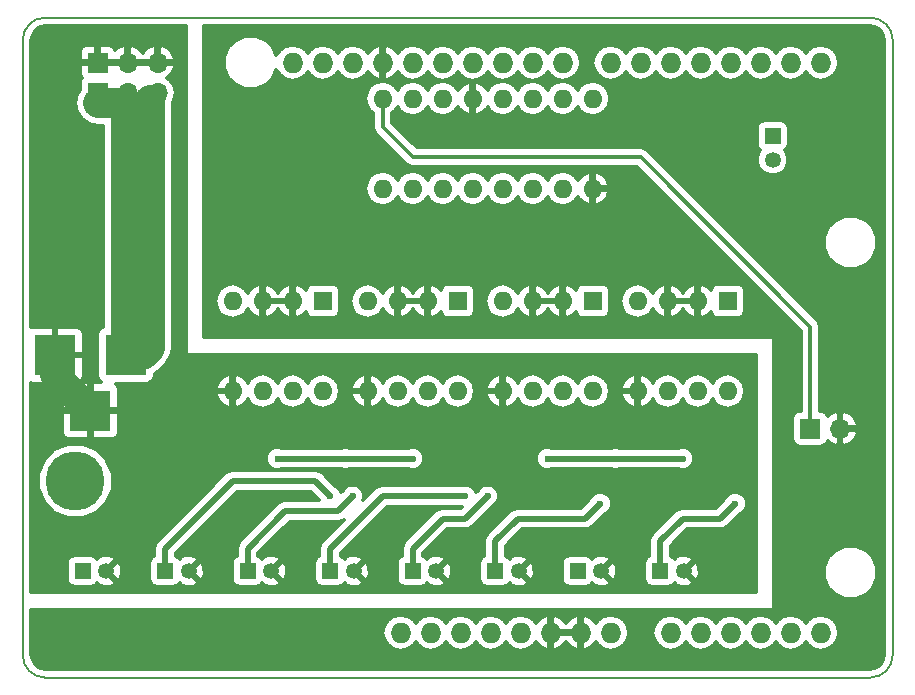
<source format=gbr>
%TF.GenerationSoftware,KiCad,Pcbnew,4.0.7*%
%TF.CreationDate,2018-09-29T23:18:57-06:00*%
%TF.ProjectId,valve_testing,76616C76655F74657374696E672E6B69,rev?*%
%TF.FileFunction,Copper,L1,Top,Signal*%
%FSLAX46Y46*%
G04 Gerber Fmt 4.6, Leading zero omitted, Abs format (unit mm)*
G04 Created by KiCad (PCBNEW 4.0.7) date Saturday, September 29, 2018 'PMt' 11:18:57 PM*
%MOMM*%
%LPD*%
G01*
G04 APERTURE LIST*
%ADD10C,0.150000*%
%ADD11O,1.727200X1.727200*%
%ADD12O,1.600000X1.600000*%
%ADD13R,1.600000X1.600000*%
%ADD14C,5.000000*%
%ADD15R,1.350000X1.350000*%
%ADD16C,1.350000*%
%ADD17R,1.700000X1.700000*%
%ADD18O,1.700000X1.700000*%
%ADD19R,3.500120X3.500120*%
%ADD20C,0.600000*%
%ADD21C,2.540000*%
%ADD22C,0.508000*%
%ADD23C,0.304800*%
G04 APERTURE END LIST*
D10*
X157480000Y-51435000D02*
X157480000Y-50165000D01*
X83820000Y-51435000D02*
X83820000Y-50165000D01*
X83820000Y-100965000D02*
X83820000Y-102235000D01*
X157480000Y-101092000D02*
X157480000Y-102235000D01*
X83820000Y-51435000D02*
X83820000Y-100965000D01*
X157480000Y-51435000D02*
X157480000Y-101092000D01*
X83820000Y-102235000D02*
G75*
G03X85725000Y-104140000I1905000J0D01*
G01*
X85725000Y-48260000D02*
G75*
G03X83820000Y-50165000I0J-1905000D01*
G01*
X157480000Y-50165000D02*
G75*
G03X155575000Y-48260000I-1905000J0D01*
G01*
X155575000Y-104140000D02*
G75*
G03X157480000Y-102235000I0J1905000D01*
G01*
X155575000Y-48260000D02*
X85725000Y-48260000D01*
X85725000Y-104140000D02*
X155575000Y-104140000D01*
D11*
X138684000Y-100330000D03*
X133604000Y-100330000D03*
X131064000Y-100330000D03*
X128524000Y-100330000D03*
X125984000Y-100330000D03*
X123444000Y-100330000D03*
X120904000Y-100330000D03*
X118364000Y-100330000D03*
X151384000Y-52070000D03*
X148844000Y-52070000D03*
X146304000Y-52070000D03*
X143764000Y-52070000D03*
X141224000Y-52070000D03*
X138684000Y-52070000D03*
X136144000Y-52070000D03*
X133604000Y-52070000D03*
X114300000Y-52070000D03*
X129540000Y-52070000D03*
X127000000Y-52070000D03*
X124460000Y-52070000D03*
X106680000Y-52070000D03*
X109220000Y-52070000D03*
X111760000Y-52070000D03*
X116840000Y-52070000D03*
X119380000Y-52070000D03*
X121920000Y-52070000D03*
X115824000Y-100330000D03*
X141224000Y-100330000D03*
X143764000Y-100330000D03*
X146304000Y-100330000D03*
X148844000Y-100330000D03*
X151384000Y-100330000D03*
D12*
X114300000Y-62738000D03*
X116840000Y-62738000D03*
X119380000Y-62738000D03*
X121920000Y-62738000D03*
X124460000Y-62738000D03*
X127000000Y-62738000D03*
X129540000Y-62738000D03*
X132080000Y-62738000D03*
X132080000Y-55118000D03*
X129540000Y-55118000D03*
X127000000Y-55118000D03*
X124460000Y-55118000D03*
X121920000Y-55118000D03*
X119380000Y-55118000D03*
X116840000Y-55118000D03*
X114300000Y-55118000D03*
D13*
X109220000Y-72263000D03*
D12*
X101600000Y-79883000D03*
X106680000Y-72263000D03*
X104140000Y-79883000D03*
X104140000Y-72263000D03*
X106680000Y-79883000D03*
X101600000Y-72263000D03*
X109220000Y-79883000D03*
D13*
X120650000Y-72263000D03*
D12*
X113030000Y-79883000D03*
X118110000Y-72263000D03*
X115570000Y-79883000D03*
X115570000Y-72263000D03*
X118110000Y-79883000D03*
X113030000Y-72263000D03*
X120650000Y-79883000D03*
D13*
X132080000Y-72263000D03*
D12*
X124460000Y-79883000D03*
X129540000Y-72263000D03*
X127000000Y-79883000D03*
X127000000Y-72263000D03*
X129540000Y-79883000D03*
X124460000Y-72263000D03*
X132080000Y-79883000D03*
D13*
X143510000Y-72263000D03*
D12*
X135890000Y-79883000D03*
X140970000Y-72263000D03*
X138430000Y-79883000D03*
X138430000Y-72263000D03*
X140970000Y-79883000D03*
X135890000Y-72263000D03*
X143510000Y-79883000D03*
D14*
X88265000Y-87503000D03*
D15*
X137795000Y-95123000D03*
D16*
X139795000Y-95123000D03*
D17*
X150495000Y-83058000D03*
D18*
X153035000Y-83058000D03*
D15*
X147320000Y-58293000D03*
D16*
X147320000Y-60293000D03*
D15*
X88900000Y-95123000D03*
D16*
X90900000Y-95123000D03*
D15*
X95885000Y-95123000D03*
D16*
X97885000Y-95123000D03*
D15*
X102870000Y-95123000D03*
D16*
X104870000Y-95123000D03*
D15*
X109855000Y-95123000D03*
D16*
X111855000Y-95123000D03*
D15*
X116840000Y-95123000D03*
D16*
X118840000Y-95123000D03*
D15*
X123825000Y-95123000D03*
D16*
X125825000Y-95123000D03*
D15*
X130810000Y-95123000D03*
D16*
X132810000Y-95123000D03*
D17*
X90170000Y-54610000D03*
D18*
X92710000Y-54610000D03*
X95250000Y-54610000D03*
D17*
X90170000Y-52070000D03*
D18*
X92710000Y-52070000D03*
X95250000Y-52070000D03*
D19*
X92560140Y-76835000D03*
X86560660Y-76835000D03*
X89560400Y-81534000D03*
D20*
X139700000Y-85598000D03*
X116840000Y-85598000D03*
X128270000Y-85598000D03*
X133985000Y-85598000D03*
X105410000Y-85598000D03*
X111125000Y-85598000D03*
X109855000Y-88773000D03*
X111760000Y-88773000D03*
X121285000Y-88773000D03*
X123190000Y-88773000D03*
X132715000Y-89408000D03*
X144145000Y-89408000D03*
D21*
X86560660Y-76835000D02*
X86560660Y-78534260D01*
X86560660Y-78534260D02*
X89560400Y-81534000D01*
X92560140Y-76835000D02*
X93980000Y-76835000D01*
X93980000Y-76835000D02*
X94615000Y-76200000D01*
X94615000Y-76200000D02*
X94615000Y-55245000D01*
X92560140Y-76835000D02*
X92560140Y-55648860D01*
X92410280Y-55499000D02*
X90170000Y-55499000D01*
X92560140Y-55648860D02*
X92410280Y-55499000D01*
D22*
X133985000Y-85598000D02*
X139700000Y-85598000D01*
X111125000Y-85598000D02*
X116840000Y-85598000D01*
X133985000Y-85598000D02*
X128270000Y-85598000D01*
X111125000Y-85598000D02*
X105410000Y-85598000D01*
D23*
X150495000Y-83058000D02*
X150495000Y-74422000D01*
X114300000Y-57531000D02*
X114300000Y-55118000D01*
X116840000Y-60071000D02*
X114300000Y-57531000D01*
X136144000Y-60071000D02*
X116840000Y-60071000D01*
X150495000Y-74422000D02*
X136144000Y-60071000D01*
D22*
X95885000Y-93218000D02*
X95885000Y-95123000D01*
X101600000Y-87503000D02*
X95885000Y-93218000D01*
X108585000Y-87503000D02*
X101600000Y-87503000D01*
X109855000Y-88773000D02*
X108585000Y-87503000D01*
X102870000Y-93218000D02*
X102870000Y-95123000D01*
X106045000Y-90043000D02*
X102870000Y-93218000D01*
X110490000Y-90043000D02*
X106045000Y-90043000D01*
X111760000Y-88773000D02*
X110490000Y-90043000D01*
X109855000Y-93218000D02*
X109855000Y-95123000D01*
X114300000Y-88773000D02*
X109855000Y-93218000D01*
X121285000Y-88773000D02*
X114300000Y-88773000D01*
X116840000Y-93218000D02*
X116840000Y-95123000D01*
X119380000Y-90678000D02*
X116840000Y-93218000D01*
X121285000Y-90678000D02*
X119380000Y-90678000D01*
X123190000Y-88773000D02*
X121285000Y-90678000D01*
X123825000Y-95123000D02*
X123825000Y-92583000D01*
X125730000Y-90678000D02*
X123825000Y-92583000D01*
X131445000Y-90678000D02*
X125730000Y-90678000D01*
X132715000Y-89408000D02*
X131445000Y-90678000D01*
X137795000Y-95123000D02*
X137795000Y-92583000D01*
X139700000Y-90678000D02*
X137795000Y-92583000D01*
X142875000Y-90678000D02*
X139700000Y-90678000D01*
X144145000Y-89408000D02*
X142875000Y-90678000D01*
D23*
G36*
X97637600Y-76708000D02*
X97649607Y-76767292D01*
X97683736Y-76817242D01*
X97734609Y-76849977D01*
X97790000Y-76860400D01*
X145897600Y-76860400D01*
X145897600Y-96875600D01*
X84555400Y-96875600D01*
X84555400Y-94448000D01*
X87551662Y-94448000D01*
X87551662Y-95798000D01*
X87597711Y-96042730D01*
X87742346Y-96267499D01*
X87963034Y-96418288D01*
X88225000Y-96471338D01*
X89575000Y-96471338D01*
X89819730Y-96425289D01*
X90044499Y-96280654D01*
X90149211Y-96127402D01*
X90184122Y-96281175D01*
X90681829Y-96466969D01*
X91212751Y-96448156D01*
X91615878Y-96281175D01*
X91671128Y-96037812D01*
X90900000Y-95266684D01*
X90885858Y-95280827D01*
X90742174Y-95137143D01*
X90756316Y-95123000D01*
X91043684Y-95123000D01*
X91814812Y-95894128D01*
X92058175Y-95838878D01*
X92243969Y-95341171D01*
X92225156Y-94810249D01*
X92075108Y-94448000D01*
X94536662Y-94448000D01*
X94536662Y-95798000D01*
X94582711Y-96042730D01*
X94727346Y-96267499D01*
X94948034Y-96418288D01*
X95210000Y-96471338D01*
X96560000Y-96471338D01*
X96804730Y-96425289D01*
X97029499Y-96280654D01*
X97134211Y-96127402D01*
X97169122Y-96281175D01*
X97666829Y-96466969D01*
X98197751Y-96448156D01*
X98600878Y-96281175D01*
X98656128Y-96037812D01*
X97885000Y-95266684D01*
X97870858Y-95280827D01*
X97727174Y-95137143D01*
X97741316Y-95123000D01*
X98028684Y-95123000D01*
X98799812Y-95894128D01*
X99043175Y-95838878D01*
X99228969Y-95341171D01*
X99210156Y-94810249D01*
X99043175Y-94407122D01*
X98799812Y-94351872D01*
X98028684Y-95123000D01*
X97741316Y-95123000D01*
X97727174Y-95108858D01*
X97870858Y-94965174D01*
X97885000Y-94979316D01*
X98656128Y-94208188D01*
X98600878Y-93964825D01*
X98103171Y-93779031D01*
X97572249Y-93797844D01*
X97169122Y-93964825D01*
X97133844Y-94120215D01*
X97042654Y-93978501D01*
X96821966Y-93827712D01*
X96799400Y-93823142D01*
X96799400Y-93596756D01*
X101978757Y-88417400D01*
X108206244Y-88417400D01*
X108917443Y-89128600D01*
X106045000Y-89128600D01*
X105695074Y-89198205D01*
X105398422Y-89396422D01*
X102223422Y-92571422D01*
X102025205Y-92868074D01*
X101955600Y-93218000D01*
X101955600Y-93819708D01*
X101950270Y-93820711D01*
X101725501Y-93965346D01*
X101574712Y-94186034D01*
X101521662Y-94448000D01*
X101521662Y-95798000D01*
X101567711Y-96042730D01*
X101712346Y-96267499D01*
X101933034Y-96418288D01*
X102195000Y-96471338D01*
X103545000Y-96471338D01*
X103789730Y-96425289D01*
X104014499Y-96280654D01*
X104119211Y-96127402D01*
X104154122Y-96281175D01*
X104651829Y-96466969D01*
X105182751Y-96448156D01*
X105585878Y-96281175D01*
X105641128Y-96037812D01*
X104870000Y-95266684D01*
X104855858Y-95280827D01*
X104712174Y-95137143D01*
X104726316Y-95123000D01*
X105013684Y-95123000D01*
X105784812Y-95894128D01*
X106028175Y-95838878D01*
X106213969Y-95341171D01*
X106195156Y-94810249D01*
X106028175Y-94407122D01*
X105784812Y-94351872D01*
X105013684Y-95123000D01*
X104726316Y-95123000D01*
X104712174Y-95108858D01*
X104855858Y-94965174D01*
X104870000Y-94979316D01*
X105641128Y-94208188D01*
X105585878Y-93964825D01*
X105088171Y-93779031D01*
X104557249Y-93797844D01*
X104154122Y-93964825D01*
X104118844Y-94120215D01*
X104027654Y-93978501D01*
X103806966Y-93827712D01*
X103784400Y-93823142D01*
X103784400Y-93596756D01*
X106423756Y-90957400D01*
X110490000Y-90957400D01*
X110839926Y-90887795D01*
X110997007Y-90782837D01*
X109208422Y-92571422D01*
X109010205Y-92868074D01*
X108940600Y-93218000D01*
X108940600Y-93819708D01*
X108935270Y-93820711D01*
X108710501Y-93965346D01*
X108559712Y-94186034D01*
X108506662Y-94448000D01*
X108506662Y-95798000D01*
X108552711Y-96042730D01*
X108697346Y-96267499D01*
X108918034Y-96418288D01*
X109180000Y-96471338D01*
X110530000Y-96471338D01*
X110774730Y-96425289D01*
X110999499Y-96280654D01*
X111104211Y-96127402D01*
X111139122Y-96281175D01*
X111636829Y-96466969D01*
X112167751Y-96448156D01*
X112570878Y-96281175D01*
X112626128Y-96037812D01*
X111855000Y-95266684D01*
X111840858Y-95280827D01*
X111697174Y-95137143D01*
X111711316Y-95123000D01*
X111998684Y-95123000D01*
X112769812Y-95894128D01*
X113013175Y-95838878D01*
X113198969Y-95341171D01*
X113180156Y-94810249D01*
X113013175Y-94407122D01*
X112769812Y-94351872D01*
X111998684Y-95123000D01*
X111711316Y-95123000D01*
X111697174Y-95108858D01*
X111840858Y-94965174D01*
X111855000Y-94979316D01*
X112626128Y-94208188D01*
X112570878Y-93964825D01*
X112073171Y-93779031D01*
X111542249Y-93797844D01*
X111139122Y-93964825D01*
X111103844Y-94120215D01*
X111012654Y-93978501D01*
X110791966Y-93827712D01*
X110769400Y-93823142D01*
X110769400Y-93596756D01*
X114678757Y-89687400D01*
X120982444Y-89687400D01*
X120906244Y-89763600D01*
X119380000Y-89763600D01*
X119030074Y-89833205D01*
X118733421Y-90031422D01*
X116193422Y-92571422D01*
X115995205Y-92868074D01*
X115925600Y-93218000D01*
X115925600Y-93819708D01*
X115920270Y-93820711D01*
X115695501Y-93965346D01*
X115544712Y-94186034D01*
X115491662Y-94448000D01*
X115491662Y-95798000D01*
X115537711Y-96042730D01*
X115682346Y-96267499D01*
X115903034Y-96418288D01*
X116165000Y-96471338D01*
X117515000Y-96471338D01*
X117759730Y-96425289D01*
X117984499Y-96280654D01*
X118089211Y-96127402D01*
X118124122Y-96281175D01*
X118621829Y-96466969D01*
X119152751Y-96448156D01*
X119555878Y-96281175D01*
X119611128Y-96037812D01*
X118840000Y-95266684D01*
X118825858Y-95280827D01*
X118682174Y-95137143D01*
X118696316Y-95123000D01*
X118983684Y-95123000D01*
X119754812Y-95894128D01*
X119998175Y-95838878D01*
X120183969Y-95341171D01*
X120165156Y-94810249D01*
X120015108Y-94448000D01*
X122476662Y-94448000D01*
X122476662Y-95798000D01*
X122522711Y-96042730D01*
X122667346Y-96267499D01*
X122888034Y-96418288D01*
X123150000Y-96471338D01*
X124500000Y-96471338D01*
X124744730Y-96425289D01*
X124969499Y-96280654D01*
X125074211Y-96127402D01*
X125109122Y-96281175D01*
X125606829Y-96466969D01*
X126137751Y-96448156D01*
X126540878Y-96281175D01*
X126596128Y-96037812D01*
X125825000Y-95266684D01*
X125810858Y-95280827D01*
X125667174Y-95137143D01*
X125681316Y-95123000D01*
X125968684Y-95123000D01*
X126739812Y-95894128D01*
X126983175Y-95838878D01*
X127168969Y-95341171D01*
X127150156Y-94810249D01*
X127000108Y-94448000D01*
X129461662Y-94448000D01*
X129461662Y-95798000D01*
X129507711Y-96042730D01*
X129652346Y-96267499D01*
X129873034Y-96418288D01*
X130135000Y-96471338D01*
X131485000Y-96471338D01*
X131729730Y-96425289D01*
X131954499Y-96280654D01*
X132059211Y-96127402D01*
X132094122Y-96281175D01*
X132591829Y-96466969D01*
X133122751Y-96448156D01*
X133525878Y-96281175D01*
X133581128Y-96037812D01*
X132810000Y-95266684D01*
X132795858Y-95280827D01*
X132652174Y-95137143D01*
X132666316Y-95123000D01*
X132953684Y-95123000D01*
X133724812Y-95894128D01*
X133968175Y-95838878D01*
X134153969Y-95341171D01*
X134135156Y-94810249D01*
X133985108Y-94448000D01*
X136446662Y-94448000D01*
X136446662Y-95798000D01*
X136492711Y-96042730D01*
X136637346Y-96267499D01*
X136858034Y-96418288D01*
X137120000Y-96471338D01*
X138470000Y-96471338D01*
X138714730Y-96425289D01*
X138939499Y-96280654D01*
X139044211Y-96127402D01*
X139079122Y-96281175D01*
X139576829Y-96466969D01*
X140107751Y-96448156D01*
X140510878Y-96281175D01*
X140566128Y-96037812D01*
X139795000Y-95266684D01*
X139780858Y-95280827D01*
X139637174Y-95137143D01*
X139651316Y-95123000D01*
X139938684Y-95123000D01*
X140709812Y-95894128D01*
X140953175Y-95838878D01*
X141138969Y-95341171D01*
X141120156Y-94810249D01*
X140953175Y-94407122D01*
X140709812Y-94351872D01*
X139938684Y-95123000D01*
X139651316Y-95123000D01*
X139637174Y-95108858D01*
X139780858Y-94965174D01*
X139795000Y-94979316D01*
X140566128Y-94208188D01*
X140510878Y-93964825D01*
X140013171Y-93779031D01*
X139482249Y-93797844D01*
X139079122Y-93964825D01*
X139043844Y-94120215D01*
X138952654Y-93978501D01*
X138731966Y-93827712D01*
X138709400Y-93823142D01*
X138709400Y-92961756D01*
X140078757Y-91592400D01*
X142875000Y-91592400D01*
X143224926Y-91522795D01*
X143521578Y-91324578D01*
X144577855Y-90268302D01*
X144688312Y-90222662D01*
X144958712Y-89952733D01*
X145105233Y-89599873D01*
X145105566Y-89217803D01*
X144959662Y-88864688D01*
X144689733Y-88594288D01*
X144336873Y-88447767D01*
X143954803Y-88447434D01*
X143601688Y-88593338D01*
X143331288Y-88863267D01*
X143284927Y-88974916D01*
X142496244Y-89763600D01*
X139700000Y-89763600D01*
X139350074Y-89833205D01*
X139231252Y-89912599D01*
X139053422Y-90031421D01*
X137148422Y-91936422D01*
X136950205Y-92233074D01*
X136880600Y-92583000D01*
X136880600Y-93819708D01*
X136875270Y-93820711D01*
X136650501Y-93965346D01*
X136499712Y-94186034D01*
X136446662Y-94448000D01*
X133985108Y-94448000D01*
X133968175Y-94407122D01*
X133724812Y-94351872D01*
X132953684Y-95123000D01*
X132666316Y-95123000D01*
X132652174Y-95108858D01*
X132795858Y-94965174D01*
X132810000Y-94979316D01*
X133581128Y-94208188D01*
X133525878Y-93964825D01*
X133028171Y-93779031D01*
X132497249Y-93797844D01*
X132094122Y-93964825D01*
X132058844Y-94120215D01*
X131967654Y-93978501D01*
X131746966Y-93827712D01*
X131485000Y-93774662D01*
X130135000Y-93774662D01*
X129890270Y-93820711D01*
X129665501Y-93965346D01*
X129514712Y-94186034D01*
X129461662Y-94448000D01*
X127000108Y-94448000D01*
X126983175Y-94407122D01*
X126739812Y-94351872D01*
X125968684Y-95123000D01*
X125681316Y-95123000D01*
X125667174Y-95108858D01*
X125810858Y-94965174D01*
X125825000Y-94979316D01*
X126596128Y-94208188D01*
X126540878Y-93964825D01*
X126043171Y-93779031D01*
X125512249Y-93797844D01*
X125109122Y-93964825D01*
X125073844Y-94120215D01*
X124982654Y-93978501D01*
X124761966Y-93827712D01*
X124739400Y-93823142D01*
X124739400Y-92961756D01*
X126108757Y-91592400D01*
X131445000Y-91592400D01*
X131794926Y-91522795D01*
X132091578Y-91324578D01*
X133147855Y-90268302D01*
X133258312Y-90222662D01*
X133528712Y-89952733D01*
X133675233Y-89599873D01*
X133675566Y-89217803D01*
X133529662Y-88864688D01*
X133259733Y-88594288D01*
X132906873Y-88447767D01*
X132524803Y-88447434D01*
X132171688Y-88593338D01*
X131901288Y-88863267D01*
X131854927Y-88974916D01*
X131066244Y-89763600D01*
X125730000Y-89763600D01*
X125380074Y-89833205D01*
X125261252Y-89912599D01*
X125083422Y-90031421D01*
X123178422Y-91936422D01*
X122980205Y-92233074D01*
X122910600Y-92583000D01*
X122910600Y-93819708D01*
X122905270Y-93820711D01*
X122680501Y-93965346D01*
X122529712Y-94186034D01*
X122476662Y-94448000D01*
X120015108Y-94448000D01*
X119998175Y-94407122D01*
X119754812Y-94351872D01*
X118983684Y-95123000D01*
X118696316Y-95123000D01*
X118682174Y-95108858D01*
X118825858Y-94965174D01*
X118840000Y-94979316D01*
X119611128Y-94208188D01*
X119555878Y-93964825D01*
X119058171Y-93779031D01*
X118527249Y-93797844D01*
X118124122Y-93964825D01*
X118088844Y-94120215D01*
X117997654Y-93978501D01*
X117776966Y-93827712D01*
X117754400Y-93823142D01*
X117754400Y-93596756D01*
X119758757Y-91592400D01*
X121285000Y-91592400D01*
X121634926Y-91522795D01*
X121931578Y-91324578D01*
X123622855Y-89633302D01*
X123733312Y-89587662D01*
X124003712Y-89317733D01*
X124150233Y-88964873D01*
X124150566Y-88582803D01*
X124004662Y-88229688D01*
X123734733Y-87959288D01*
X123381873Y-87812767D01*
X122999803Y-87812434D01*
X122646688Y-87958338D01*
X122376288Y-88228267D01*
X122329927Y-88339916D01*
X122199216Y-88470627D01*
X122099662Y-88229688D01*
X121829733Y-87959288D01*
X121476873Y-87812767D01*
X121094803Y-87812434D01*
X120983073Y-87858600D01*
X114300000Y-87858600D01*
X113950074Y-87928205D01*
X113801748Y-88027314D01*
X113653421Y-88126422D01*
X112652960Y-89126883D01*
X112720233Y-88964873D01*
X112720566Y-88582803D01*
X112574662Y-88229688D01*
X112304733Y-87959288D01*
X111951873Y-87812767D01*
X111569803Y-87812434D01*
X111216688Y-87958338D01*
X110946288Y-88228267D01*
X110899927Y-88339916D01*
X110769216Y-88470627D01*
X110669662Y-88229688D01*
X110399733Y-87959288D01*
X110288084Y-87912927D01*
X109231578Y-86856422D01*
X109231577Y-86856421D01*
X108934926Y-86658205D01*
X108585000Y-86588600D01*
X101600000Y-86588600D01*
X101250075Y-86658204D01*
X100953422Y-86856421D01*
X95238422Y-92571422D01*
X95040205Y-92868074D01*
X94970600Y-93218000D01*
X94970600Y-93819708D01*
X94965270Y-93820711D01*
X94740501Y-93965346D01*
X94589712Y-94186034D01*
X94536662Y-94448000D01*
X92075108Y-94448000D01*
X92058175Y-94407122D01*
X91814812Y-94351872D01*
X91043684Y-95123000D01*
X90756316Y-95123000D01*
X90742174Y-95108858D01*
X90885858Y-94965174D01*
X90900000Y-94979316D01*
X91671128Y-94208188D01*
X91615878Y-93964825D01*
X91118171Y-93779031D01*
X90587249Y-93797844D01*
X90184122Y-93964825D01*
X90148844Y-94120215D01*
X90057654Y-93978501D01*
X89836966Y-93827712D01*
X89575000Y-93774662D01*
X88225000Y-93774662D01*
X87980270Y-93820711D01*
X87755501Y-93965346D01*
X87604712Y-94186034D01*
X87551662Y-94448000D01*
X84555400Y-94448000D01*
X84555400Y-88128884D01*
X85104053Y-88128884D01*
X85584181Y-89290884D01*
X86472440Y-90180695D01*
X87633600Y-90662850D01*
X88890884Y-90663947D01*
X90052884Y-90183819D01*
X90942695Y-89295560D01*
X91424850Y-88134400D01*
X91425947Y-86877116D01*
X90976016Y-85788197D01*
X104449434Y-85788197D01*
X104595338Y-86141312D01*
X104865267Y-86411712D01*
X105218127Y-86558233D01*
X105600197Y-86558566D01*
X105711927Y-86512400D01*
X110822749Y-86512400D01*
X110933127Y-86558233D01*
X111315197Y-86558566D01*
X111426927Y-86512400D01*
X116537749Y-86512400D01*
X116648127Y-86558233D01*
X117030197Y-86558566D01*
X117383312Y-86412662D01*
X117653712Y-86142733D01*
X117800233Y-85789873D01*
X117800234Y-85788197D01*
X127309434Y-85788197D01*
X127455338Y-86141312D01*
X127725267Y-86411712D01*
X128078127Y-86558233D01*
X128460197Y-86558566D01*
X128571927Y-86512400D01*
X133682749Y-86512400D01*
X133793127Y-86558233D01*
X134175197Y-86558566D01*
X134286927Y-86512400D01*
X139397749Y-86512400D01*
X139508127Y-86558233D01*
X139890197Y-86558566D01*
X140243312Y-86412662D01*
X140513712Y-86142733D01*
X140660233Y-85789873D01*
X140660566Y-85407803D01*
X140514662Y-85054688D01*
X140244733Y-84784288D01*
X139891873Y-84637767D01*
X139509803Y-84637434D01*
X139398073Y-84683600D01*
X134287251Y-84683600D01*
X134176873Y-84637767D01*
X133794803Y-84637434D01*
X133683073Y-84683600D01*
X128572251Y-84683600D01*
X128461873Y-84637767D01*
X128079803Y-84637434D01*
X127726688Y-84783338D01*
X127456288Y-85053267D01*
X127309767Y-85406127D01*
X127309434Y-85788197D01*
X117800234Y-85788197D01*
X117800566Y-85407803D01*
X117654662Y-85054688D01*
X117384733Y-84784288D01*
X117031873Y-84637767D01*
X116649803Y-84637434D01*
X116538073Y-84683600D01*
X111427251Y-84683600D01*
X111316873Y-84637767D01*
X110934803Y-84637434D01*
X110823073Y-84683600D01*
X105712251Y-84683600D01*
X105601873Y-84637767D01*
X105219803Y-84637434D01*
X104866688Y-84783338D01*
X104596288Y-85053267D01*
X104449767Y-85406127D01*
X104449434Y-85788197D01*
X90976016Y-85788197D01*
X90945819Y-85715116D01*
X90057560Y-84825305D01*
X88896400Y-84343150D01*
X87639116Y-84342053D01*
X86477116Y-84822181D01*
X85587305Y-85710440D01*
X85105150Y-86871600D01*
X85104053Y-88128884D01*
X84555400Y-88128884D01*
X84555400Y-81800700D01*
X87149940Y-81800700D01*
X87149940Y-83415421D01*
X87250480Y-83658146D01*
X87436253Y-83843920D01*
X87678978Y-83944460D01*
X89293700Y-83944460D01*
X89458800Y-83779360D01*
X89458800Y-81635600D01*
X89662000Y-81635600D01*
X89662000Y-83779360D01*
X89827100Y-83944460D01*
X91441822Y-83944460D01*
X91684547Y-83843920D01*
X91870320Y-83658146D01*
X91970860Y-83415421D01*
X91970860Y-81800700D01*
X91805760Y-81635600D01*
X89662000Y-81635600D01*
X89458800Y-81635600D01*
X87315040Y-81635600D01*
X87149940Y-81800700D01*
X84555400Y-81800700D01*
X84555400Y-79194165D01*
X84679238Y-79245460D01*
X86293960Y-79245460D01*
X86459060Y-79080360D01*
X86459060Y-76936600D01*
X86662260Y-76936600D01*
X86662260Y-79080360D01*
X86827360Y-79245460D01*
X87414873Y-79245460D01*
X87250480Y-79409854D01*
X87149940Y-79652579D01*
X87149940Y-81267300D01*
X87315040Y-81432400D01*
X89458800Y-81432400D01*
X89458800Y-79288640D01*
X89293700Y-79123540D01*
X88706187Y-79123540D01*
X88870580Y-78959146D01*
X88971120Y-78716421D01*
X88971120Y-77101700D01*
X88806020Y-76936600D01*
X86662260Y-76936600D01*
X86459060Y-76936600D01*
X86439060Y-76936600D01*
X86439060Y-76733400D01*
X86459060Y-76733400D01*
X86459060Y-74589640D01*
X86662260Y-74589640D01*
X86662260Y-76733400D01*
X88806020Y-76733400D01*
X88971120Y-76568300D01*
X88971120Y-74953579D01*
X88870580Y-74710854D01*
X88684807Y-74525080D01*
X88442082Y-74424540D01*
X86827360Y-74424540D01*
X86662260Y-74589640D01*
X86459060Y-74589640D01*
X86293960Y-74424540D01*
X84679238Y-74424540D01*
X84555400Y-74475835D01*
X84555400Y-55499000D01*
X88239600Y-55499000D01*
X88386543Y-56237732D01*
X88805001Y-56863999D01*
X89431268Y-57282457D01*
X90170000Y-57429400D01*
X90629740Y-57429400D01*
X90629740Y-74445535D01*
X90565350Y-74457651D01*
X90340581Y-74602286D01*
X90189792Y-74822974D01*
X90136742Y-75084940D01*
X90136742Y-78585060D01*
X90182791Y-78829790D01*
X90327426Y-79054559D01*
X90428383Y-79123540D01*
X89827100Y-79123540D01*
X89662000Y-79288640D01*
X89662000Y-81432400D01*
X91805760Y-81432400D01*
X91970860Y-81267300D01*
X91970860Y-80211254D01*
X100176961Y-80211254D01*
X100410901Y-80730841D01*
X100825870Y-81121351D01*
X101271747Y-81306032D01*
X101498400Y-81174309D01*
X101498400Y-79984600D01*
X100308231Y-79984600D01*
X100176961Y-80211254D01*
X91970860Y-80211254D01*
X91970860Y-79652579D01*
X91930337Y-79554746D01*
X100176961Y-79554746D01*
X100308231Y-79781400D01*
X101498400Y-79781400D01*
X101498400Y-78591691D01*
X101701600Y-78591691D01*
X101701600Y-79781400D01*
X101721600Y-79781400D01*
X101721600Y-79984600D01*
X101701600Y-79984600D01*
X101701600Y-81174309D01*
X101928253Y-81306032D01*
X102374130Y-81121351D01*
X102789099Y-80730841D01*
X102859804Y-80573804D01*
X103107341Y-80944270D01*
X103581129Y-81260845D01*
X104140000Y-81372011D01*
X104698871Y-81260845D01*
X105172659Y-80944270D01*
X105410000Y-80589064D01*
X105647341Y-80944270D01*
X106121129Y-81260845D01*
X106680000Y-81372011D01*
X107238871Y-81260845D01*
X107712659Y-80944270D01*
X107950000Y-80589064D01*
X108187341Y-80944270D01*
X108661129Y-81260845D01*
X109220000Y-81372011D01*
X109778871Y-81260845D01*
X110252659Y-80944270D01*
X110569234Y-80470482D01*
X110620797Y-80211254D01*
X111606961Y-80211254D01*
X111840901Y-80730841D01*
X112255870Y-81121351D01*
X112701747Y-81306032D01*
X112928400Y-81174309D01*
X112928400Y-79984600D01*
X111738231Y-79984600D01*
X111606961Y-80211254D01*
X110620797Y-80211254D01*
X110680400Y-79911611D01*
X110680400Y-79854389D01*
X110620798Y-79554746D01*
X111606961Y-79554746D01*
X111738231Y-79781400D01*
X112928400Y-79781400D01*
X112928400Y-78591691D01*
X113131600Y-78591691D01*
X113131600Y-79781400D01*
X113151600Y-79781400D01*
X113151600Y-79984600D01*
X113131600Y-79984600D01*
X113131600Y-81174309D01*
X113358253Y-81306032D01*
X113804130Y-81121351D01*
X114219099Y-80730841D01*
X114289804Y-80573804D01*
X114537341Y-80944270D01*
X115011129Y-81260845D01*
X115570000Y-81372011D01*
X116128871Y-81260845D01*
X116602659Y-80944270D01*
X116840000Y-80589064D01*
X117077341Y-80944270D01*
X117551129Y-81260845D01*
X118110000Y-81372011D01*
X118668871Y-81260845D01*
X119142659Y-80944270D01*
X119380000Y-80589064D01*
X119617341Y-80944270D01*
X120091129Y-81260845D01*
X120650000Y-81372011D01*
X121208871Y-81260845D01*
X121682659Y-80944270D01*
X121999234Y-80470482D01*
X122050797Y-80211254D01*
X123036961Y-80211254D01*
X123270901Y-80730841D01*
X123685870Y-81121351D01*
X124131747Y-81306032D01*
X124358400Y-81174309D01*
X124358400Y-79984600D01*
X123168231Y-79984600D01*
X123036961Y-80211254D01*
X122050797Y-80211254D01*
X122110400Y-79911611D01*
X122110400Y-79854389D01*
X122050798Y-79554746D01*
X123036961Y-79554746D01*
X123168231Y-79781400D01*
X124358400Y-79781400D01*
X124358400Y-78591691D01*
X124561600Y-78591691D01*
X124561600Y-79781400D01*
X124581600Y-79781400D01*
X124581600Y-79984600D01*
X124561600Y-79984600D01*
X124561600Y-81174309D01*
X124788253Y-81306032D01*
X125234130Y-81121351D01*
X125649099Y-80730841D01*
X125719804Y-80573804D01*
X125967341Y-80944270D01*
X126441129Y-81260845D01*
X127000000Y-81372011D01*
X127558871Y-81260845D01*
X128032659Y-80944270D01*
X128270000Y-80589064D01*
X128507341Y-80944270D01*
X128981129Y-81260845D01*
X129540000Y-81372011D01*
X130098871Y-81260845D01*
X130572659Y-80944270D01*
X130810000Y-80589064D01*
X131047341Y-80944270D01*
X131521129Y-81260845D01*
X132080000Y-81372011D01*
X132638871Y-81260845D01*
X133112659Y-80944270D01*
X133429234Y-80470482D01*
X133480797Y-80211254D01*
X134466961Y-80211254D01*
X134700901Y-80730841D01*
X135115870Y-81121351D01*
X135561747Y-81306032D01*
X135788400Y-81174309D01*
X135788400Y-79984600D01*
X134598231Y-79984600D01*
X134466961Y-80211254D01*
X133480797Y-80211254D01*
X133540400Y-79911611D01*
X133540400Y-79854389D01*
X133480798Y-79554746D01*
X134466961Y-79554746D01*
X134598231Y-79781400D01*
X135788400Y-79781400D01*
X135788400Y-78591691D01*
X135991600Y-78591691D01*
X135991600Y-79781400D01*
X136011600Y-79781400D01*
X136011600Y-79984600D01*
X135991600Y-79984600D01*
X135991600Y-81174309D01*
X136218253Y-81306032D01*
X136664130Y-81121351D01*
X137079099Y-80730841D01*
X137149804Y-80573804D01*
X137397341Y-80944270D01*
X137871129Y-81260845D01*
X138430000Y-81372011D01*
X138988871Y-81260845D01*
X139462659Y-80944270D01*
X139700000Y-80589064D01*
X139937341Y-80944270D01*
X140411129Y-81260845D01*
X140970000Y-81372011D01*
X141528871Y-81260845D01*
X142002659Y-80944270D01*
X142240000Y-80589064D01*
X142477341Y-80944270D01*
X142951129Y-81260845D01*
X143510000Y-81372011D01*
X144068871Y-81260845D01*
X144542659Y-80944270D01*
X144859234Y-80470482D01*
X144970400Y-79911611D01*
X144970400Y-79854389D01*
X144859234Y-79295518D01*
X144542659Y-78821730D01*
X144068871Y-78505155D01*
X143510000Y-78393989D01*
X142951129Y-78505155D01*
X142477341Y-78821730D01*
X142240000Y-79176936D01*
X142002659Y-78821730D01*
X141528871Y-78505155D01*
X140970000Y-78393989D01*
X140411129Y-78505155D01*
X139937341Y-78821730D01*
X139700000Y-79176936D01*
X139462659Y-78821730D01*
X138988871Y-78505155D01*
X138430000Y-78393989D01*
X137871129Y-78505155D01*
X137397341Y-78821730D01*
X137149804Y-79192196D01*
X137079099Y-79035159D01*
X136664130Y-78644649D01*
X136218253Y-78459968D01*
X135991600Y-78591691D01*
X135788400Y-78591691D01*
X135561747Y-78459968D01*
X135115870Y-78644649D01*
X134700901Y-79035159D01*
X134466961Y-79554746D01*
X133480798Y-79554746D01*
X133429234Y-79295518D01*
X133112659Y-78821730D01*
X132638871Y-78505155D01*
X132080000Y-78393989D01*
X131521129Y-78505155D01*
X131047341Y-78821730D01*
X130810000Y-79176936D01*
X130572659Y-78821730D01*
X130098871Y-78505155D01*
X129540000Y-78393989D01*
X128981129Y-78505155D01*
X128507341Y-78821730D01*
X128270000Y-79176936D01*
X128032659Y-78821730D01*
X127558871Y-78505155D01*
X127000000Y-78393989D01*
X126441129Y-78505155D01*
X125967341Y-78821730D01*
X125719804Y-79192196D01*
X125649099Y-79035159D01*
X125234130Y-78644649D01*
X124788253Y-78459968D01*
X124561600Y-78591691D01*
X124358400Y-78591691D01*
X124131747Y-78459968D01*
X123685870Y-78644649D01*
X123270901Y-79035159D01*
X123036961Y-79554746D01*
X122050798Y-79554746D01*
X121999234Y-79295518D01*
X121682659Y-78821730D01*
X121208871Y-78505155D01*
X120650000Y-78393989D01*
X120091129Y-78505155D01*
X119617341Y-78821730D01*
X119380000Y-79176936D01*
X119142659Y-78821730D01*
X118668871Y-78505155D01*
X118110000Y-78393989D01*
X117551129Y-78505155D01*
X117077341Y-78821730D01*
X116840000Y-79176936D01*
X116602659Y-78821730D01*
X116128871Y-78505155D01*
X115570000Y-78393989D01*
X115011129Y-78505155D01*
X114537341Y-78821730D01*
X114289804Y-79192196D01*
X114219099Y-79035159D01*
X113804130Y-78644649D01*
X113358253Y-78459968D01*
X113131600Y-78591691D01*
X112928400Y-78591691D01*
X112701747Y-78459968D01*
X112255870Y-78644649D01*
X111840901Y-79035159D01*
X111606961Y-79554746D01*
X110620798Y-79554746D01*
X110569234Y-79295518D01*
X110252659Y-78821730D01*
X109778871Y-78505155D01*
X109220000Y-78393989D01*
X108661129Y-78505155D01*
X108187341Y-78821730D01*
X107950000Y-79176936D01*
X107712659Y-78821730D01*
X107238871Y-78505155D01*
X106680000Y-78393989D01*
X106121129Y-78505155D01*
X105647341Y-78821730D01*
X105410000Y-79176936D01*
X105172659Y-78821730D01*
X104698871Y-78505155D01*
X104140000Y-78393989D01*
X103581129Y-78505155D01*
X103107341Y-78821730D01*
X102859804Y-79192196D01*
X102789099Y-79035159D01*
X102374130Y-78644649D01*
X101928253Y-78459968D01*
X101701600Y-78591691D01*
X101498400Y-78591691D01*
X101271747Y-78459968D01*
X100825870Y-78644649D01*
X100410901Y-79035159D01*
X100176961Y-79554746D01*
X91930337Y-79554746D01*
X91870320Y-79409854D01*
X91718865Y-79258398D01*
X94310200Y-79258398D01*
X94554930Y-79212349D01*
X94779699Y-79067714D01*
X94930488Y-78847026D01*
X94983538Y-78585060D01*
X94983538Y-78441519D01*
X95344999Y-78199999D01*
X95979999Y-77564999D01*
X96398457Y-76938732D01*
X96545400Y-76200000D01*
X96545400Y-55367297D01*
X96645428Y-55217595D01*
X96760400Y-54639590D01*
X96760400Y-54580410D01*
X96645428Y-54002405D01*
X96318014Y-53512396D01*
X96061760Y-53341172D01*
X96481832Y-52944027D01*
X96722540Y-52406094D01*
X96591887Y-52171600D01*
X95351600Y-52171600D01*
X95351600Y-52191600D01*
X95148400Y-52191600D01*
X95148400Y-52171600D01*
X92811600Y-52171600D01*
X92811600Y-52191600D01*
X92608400Y-52191600D01*
X92608400Y-52171600D01*
X90271600Y-52171600D01*
X90271600Y-52191600D01*
X90068400Y-52191600D01*
X90068400Y-52171600D01*
X88824700Y-52171600D01*
X88659600Y-52336700D01*
X88659600Y-53051362D01*
X88760140Y-53294087D01*
X88807027Y-53340973D01*
X88699712Y-53498034D01*
X88646662Y-53760000D01*
X88646662Y-54370972D01*
X88386543Y-54760268D01*
X88239600Y-55499000D01*
X84555400Y-55499000D01*
X84555400Y-51088638D01*
X88659600Y-51088638D01*
X88659600Y-51803300D01*
X88824700Y-51968400D01*
X90068400Y-51968400D01*
X90068400Y-50724700D01*
X90271600Y-50724700D01*
X90271600Y-51968400D01*
X92608400Y-51968400D01*
X92608400Y-50728542D01*
X92811600Y-50728542D01*
X92811600Y-51968400D01*
X95148400Y-51968400D01*
X95148400Y-50728542D01*
X95351600Y-50728542D01*
X95351600Y-51968400D01*
X96591887Y-51968400D01*
X96722540Y-51733906D01*
X96481832Y-51195973D01*
X96053589Y-50791103D01*
X95586093Y-50597468D01*
X95351600Y-50728542D01*
X95148400Y-50728542D01*
X94913907Y-50597468D01*
X94446411Y-50791103D01*
X94018168Y-51195973D01*
X93980000Y-51281271D01*
X93941832Y-51195973D01*
X93513589Y-50791103D01*
X93046093Y-50597468D01*
X92811600Y-50728542D01*
X92608400Y-50728542D01*
X92373907Y-50597468D01*
X91906411Y-50791103D01*
X91655439Y-51028377D01*
X91579860Y-50845913D01*
X91394086Y-50660140D01*
X91151361Y-50559600D01*
X90436700Y-50559600D01*
X90271600Y-50724700D01*
X90068400Y-50724700D01*
X89903300Y-50559600D01*
X89188639Y-50559600D01*
X88945914Y-50660140D01*
X88760140Y-50845913D01*
X88659600Y-51088638D01*
X84555400Y-51088638D01*
X84555400Y-50237432D01*
X84657741Y-49722926D01*
X84908156Y-49348156D01*
X85282926Y-49097741D01*
X85797432Y-48995400D01*
X97637600Y-48995400D01*
X97637600Y-76708000D01*
X97637600Y-76708000D01*
G37*
X97637600Y-76708000D02*
X97649607Y-76767292D01*
X97683736Y-76817242D01*
X97734609Y-76849977D01*
X97790000Y-76860400D01*
X145897600Y-76860400D01*
X145897600Y-96875600D01*
X84555400Y-96875600D01*
X84555400Y-94448000D01*
X87551662Y-94448000D01*
X87551662Y-95798000D01*
X87597711Y-96042730D01*
X87742346Y-96267499D01*
X87963034Y-96418288D01*
X88225000Y-96471338D01*
X89575000Y-96471338D01*
X89819730Y-96425289D01*
X90044499Y-96280654D01*
X90149211Y-96127402D01*
X90184122Y-96281175D01*
X90681829Y-96466969D01*
X91212751Y-96448156D01*
X91615878Y-96281175D01*
X91671128Y-96037812D01*
X90900000Y-95266684D01*
X90885858Y-95280827D01*
X90742174Y-95137143D01*
X90756316Y-95123000D01*
X91043684Y-95123000D01*
X91814812Y-95894128D01*
X92058175Y-95838878D01*
X92243969Y-95341171D01*
X92225156Y-94810249D01*
X92075108Y-94448000D01*
X94536662Y-94448000D01*
X94536662Y-95798000D01*
X94582711Y-96042730D01*
X94727346Y-96267499D01*
X94948034Y-96418288D01*
X95210000Y-96471338D01*
X96560000Y-96471338D01*
X96804730Y-96425289D01*
X97029499Y-96280654D01*
X97134211Y-96127402D01*
X97169122Y-96281175D01*
X97666829Y-96466969D01*
X98197751Y-96448156D01*
X98600878Y-96281175D01*
X98656128Y-96037812D01*
X97885000Y-95266684D01*
X97870858Y-95280827D01*
X97727174Y-95137143D01*
X97741316Y-95123000D01*
X98028684Y-95123000D01*
X98799812Y-95894128D01*
X99043175Y-95838878D01*
X99228969Y-95341171D01*
X99210156Y-94810249D01*
X99043175Y-94407122D01*
X98799812Y-94351872D01*
X98028684Y-95123000D01*
X97741316Y-95123000D01*
X97727174Y-95108858D01*
X97870858Y-94965174D01*
X97885000Y-94979316D01*
X98656128Y-94208188D01*
X98600878Y-93964825D01*
X98103171Y-93779031D01*
X97572249Y-93797844D01*
X97169122Y-93964825D01*
X97133844Y-94120215D01*
X97042654Y-93978501D01*
X96821966Y-93827712D01*
X96799400Y-93823142D01*
X96799400Y-93596756D01*
X101978757Y-88417400D01*
X108206244Y-88417400D01*
X108917443Y-89128600D01*
X106045000Y-89128600D01*
X105695074Y-89198205D01*
X105398422Y-89396422D01*
X102223422Y-92571422D01*
X102025205Y-92868074D01*
X101955600Y-93218000D01*
X101955600Y-93819708D01*
X101950270Y-93820711D01*
X101725501Y-93965346D01*
X101574712Y-94186034D01*
X101521662Y-94448000D01*
X101521662Y-95798000D01*
X101567711Y-96042730D01*
X101712346Y-96267499D01*
X101933034Y-96418288D01*
X102195000Y-96471338D01*
X103545000Y-96471338D01*
X103789730Y-96425289D01*
X104014499Y-96280654D01*
X104119211Y-96127402D01*
X104154122Y-96281175D01*
X104651829Y-96466969D01*
X105182751Y-96448156D01*
X105585878Y-96281175D01*
X105641128Y-96037812D01*
X104870000Y-95266684D01*
X104855858Y-95280827D01*
X104712174Y-95137143D01*
X104726316Y-95123000D01*
X105013684Y-95123000D01*
X105784812Y-95894128D01*
X106028175Y-95838878D01*
X106213969Y-95341171D01*
X106195156Y-94810249D01*
X106028175Y-94407122D01*
X105784812Y-94351872D01*
X105013684Y-95123000D01*
X104726316Y-95123000D01*
X104712174Y-95108858D01*
X104855858Y-94965174D01*
X104870000Y-94979316D01*
X105641128Y-94208188D01*
X105585878Y-93964825D01*
X105088171Y-93779031D01*
X104557249Y-93797844D01*
X104154122Y-93964825D01*
X104118844Y-94120215D01*
X104027654Y-93978501D01*
X103806966Y-93827712D01*
X103784400Y-93823142D01*
X103784400Y-93596756D01*
X106423756Y-90957400D01*
X110490000Y-90957400D01*
X110839926Y-90887795D01*
X110997007Y-90782837D01*
X109208422Y-92571422D01*
X109010205Y-92868074D01*
X108940600Y-93218000D01*
X108940600Y-93819708D01*
X108935270Y-93820711D01*
X108710501Y-93965346D01*
X108559712Y-94186034D01*
X108506662Y-94448000D01*
X108506662Y-95798000D01*
X108552711Y-96042730D01*
X108697346Y-96267499D01*
X108918034Y-96418288D01*
X109180000Y-96471338D01*
X110530000Y-96471338D01*
X110774730Y-96425289D01*
X110999499Y-96280654D01*
X111104211Y-96127402D01*
X111139122Y-96281175D01*
X111636829Y-96466969D01*
X112167751Y-96448156D01*
X112570878Y-96281175D01*
X112626128Y-96037812D01*
X111855000Y-95266684D01*
X111840858Y-95280827D01*
X111697174Y-95137143D01*
X111711316Y-95123000D01*
X111998684Y-95123000D01*
X112769812Y-95894128D01*
X113013175Y-95838878D01*
X113198969Y-95341171D01*
X113180156Y-94810249D01*
X113013175Y-94407122D01*
X112769812Y-94351872D01*
X111998684Y-95123000D01*
X111711316Y-95123000D01*
X111697174Y-95108858D01*
X111840858Y-94965174D01*
X111855000Y-94979316D01*
X112626128Y-94208188D01*
X112570878Y-93964825D01*
X112073171Y-93779031D01*
X111542249Y-93797844D01*
X111139122Y-93964825D01*
X111103844Y-94120215D01*
X111012654Y-93978501D01*
X110791966Y-93827712D01*
X110769400Y-93823142D01*
X110769400Y-93596756D01*
X114678757Y-89687400D01*
X120982444Y-89687400D01*
X120906244Y-89763600D01*
X119380000Y-89763600D01*
X119030074Y-89833205D01*
X118733421Y-90031422D01*
X116193422Y-92571422D01*
X115995205Y-92868074D01*
X115925600Y-93218000D01*
X115925600Y-93819708D01*
X115920270Y-93820711D01*
X115695501Y-93965346D01*
X115544712Y-94186034D01*
X115491662Y-94448000D01*
X115491662Y-95798000D01*
X115537711Y-96042730D01*
X115682346Y-96267499D01*
X115903034Y-96418288D01*
X116165000Y-96471338D01*
X117515000Y-96471338D01*
X117759730Y-96425289D01*
X117984499Y-96280654D01*
X118089211Y-96127402D01*
X118124122Y-96281175D01*
X118621829Y-96466969D01*
X119152751Y-96448156D01*
X119555878Y-96281175D01*
X119611128Y-96037812D01*
X118840000Y-95266684D01*
X118825858Y-95280827D01*
X118682174Y-95137143D01*
X118696316Y-95123000D01*
X118983684Y-95123000D01*
X119754812Y-95894128D01*
X119998175Y-95838878D01*
X120183969Y-95341171D01*
X120165156Y-94810249D01*
X120015108Y-94448000D01*
X122476662Y-94448000D01*
X122476662Y-95798000D01*
X122522711Y-96042730D01*
X122667346Y-96267499D01*
X122888034Y-96418288D01*
X123150000Y-96471338D01*
X124500000Y-96471338D01*
X124744730Y-96425289D01*
X124969499Y-96280654D01*
X125074211Y-96127402D01*
X125109122Y-96281175D01*
X125606829Y-96466969D01*
X126137751Y-96448156D01*
X126540878Y-96281175D01*
X126596128Y-96037812D01*
X125825000Y-95266684D01*
X125810858Y-95280827D01*
X125667174Y-95137143D01*
X125681316Y-95123000D01*
X125968684Y-95123000D01*
X126739812Y-95894128D01*
X126983175Y-95838878D01*
X127168969Y-95341171D01*
X127150156Y-94810249D01*
X127000108Y-94448000D01*
X129461662Y-94448000D01*
X129461662Y-95798000D01*
X129507711Y-96042730D01*
X129652346Y-96267499D01*
X129873034Y-96418288D01*
X130135000Y-96471338D01*
X131485000Y-96471338D01*
X131729730Y-96425289D01*
X131954499Y-96280654D01*
X132059211Y-96127402D01*
X132094122Y-96281175D01*
X132591829Y-96466969D01*
X133122751Y-96448156D01*
X133525878Y-96281175D01*
X133581128Y-96037812D01*
X132810000Y-95266684D01*
X132795858Y-95280827D01*
X132652174Y-95137143D01*
X132666316Y-95123000D01*
X132953684Y-95123000D01*
X133724812Y-95894128D01*
X133968175Y-95838878D01*
X134153969Y-95341171D01*
X134135156Y-94810249D01*
X133985108Y-94448000D01*
X136446662Y-94448000D01*
X136446662Y-95798000D01*
X136492711Y-96042730D01*
X136637346Y-96267499D01*
X136858034Y-96418288D01*
X137120000Y-96471338D01*
X138470000Y-96471338D01*
X138714730Y-96425289D01*
X138939499Y-96280654D01*
X139044211Y-96127402D01*
X139079122Y-96281175D01*
X139576829Y-96466969D01*
X140107751Y-96448156D01*
X140510878Y-96281175D01*
X140566128Y-96037812D01*
X139795000Y-95266684D01*
X139780858Y-95280827D01*
X139637174Y-95137143D01*
X139651316Y-95123000D01*
X139938684Y-95123000D01*
X140709812Y-95894128D01*
X140953175Y-95838878D01*
X141138969Y-95341171D01*
X141120156Y-94810249D01*
X140953175Y-94407122D01*
X140709812Y-94351872D01*
X139938684Y-95123000D01*
X139651316Y-95123000D01*
X139637174Y-95108858D01*
X139780858Y-94965174D01*
X139795000Y-94979316D01*
X140566128Y-94208188D01*
X140510878Y-93964825D01*
X140013171Y-93779031D01*
X139482249Y-93797844D01*
X139079122Y-93964825D01*
X139043844Y-94120215D01*
X138952654Y-93978501D01*
X138731966Y-93827712D01*
X138709400Y-93823142D01*
X138709400Y-92961756D01*
X140078757Y-91592400D01*
X142875000Y-91592400D01*
X143224926Y-91522795D01*
X143521578Y-91324578D01*
X144577855Y-90268302D01*
X144688312Y-90222662D01*
X144958712Y-89952733D01*
X145105233Y-89599873D01*
X145105566Y-89217803D01*
X144959662Y-88864688D01*
X144689733Y-88594288D01*
X144336873Y-88447767D01*
X143954803Y-88447434D01*
X143601688Y-88593338D01*
X143331288Y-88863267D01*
X143284927Y-88974916D01*
X142496244Y-89763600D01*
X139700000Y-89763600D01*
X139350074Y-89833205D01*
X139231252Y-89912599D01*
X139053422Y-90031421D01*
X137148422Y-91936422D01*
X136950205Y-92233074D01*
X136880600Y-92583000D01*
X136880600Y-93819708D01*
X136875270Y-93820711D01*
X136650501Y-93965346D01*
X136499712Y-94186034D01*
X136446662Y-94448000D01*
X133985108Y-94448000D01*
X133968175Y-94407122D01*
X133724812Y-94351872D01*
X132953684Y-95123000D01*
X132666316Y-95123000D01*
X132652174Y-95108858D01*
X132795858Y-94965174D01*
X132810000Y-94979316D01*
X133581128Y-94208188D01*
X133525878Y-93964825D01*
X133028171Y-93779031D01*
X132497249Y-93797844D01*
X132094122Y-93964825D01*
X132058844Y-94120215D01*
X131967654Y-93978501D01*
X131746966Y-93827712D01*
X131485000Y-93774662D01*
X130135000Y-93774662D01*
X129890270Y-93820711D01*
X129665501Y-93965346D01*
X129514712Y-94186034D01*
X129461662Y-94448000D01*
X127000108Y-94448000D01*
X126983175Y-94407122D01*
X126739812Y-94351872D01*
X125968684Y-95123000D01*
X125681316Y-95123000D01*
X125667174Y-95108858D01*
X125810858Y-94965174D01*
X125825000Y-94979316D01*
X126596128Y-94208188D01*
X126540878Y-93964825D01*
X126043171Y-93779031D01*
X125512249Y-93797844D01*
X125109122Y-93964825D01*
X125073844Y-94120215D01*
X124982654Y-93978501D01*
X124761966Y-93827712D01*
X124739400Y-93823142D01*
X124739400Y-92961756D01*
X126108757Y-91592400D01*
X131445000Y-91592400D01*
X131794926Y-91522795D01*
X132091578Y-91324578D01*
X133147855Y-90268302D01*
X133258312Y-90222662D01*
X133528712Y-89952733D01*
X133675233Y-89599873D01*
X133675566Y-89217803D01*
X133529662Y-88864688D01*
X133259733Y-88594288D01*
X132906873Y-88447767D01*
X132524803Y-88447434D01*
X132171688Y-88593338D01*
X131901288Y-88863267D01*
X131854927Y-88974916D01*
X131066244Y-89763600D01*
X125730000Y-89763600D01*
X125380074Y-89833205D01*
X125261252Y-89912599D01*
X125083422Y-90031421D01*
X123178422Y-91936422D01*
X122980205Y-92233074D01*
X122910600Y-92583000D01*
X122910600Y-93819708D01*
X122905270Y-93820711D01*
X122680501Y-93965346D01*
X122529712Y-94186034D01*
X122476662Y-94448000D01*
X120015108Y-94448000D01*
X119998175Y-94407122D01*
X119754812Y-94351872D01*
X118983684Y-95123000D01*
X118696316Y-95123000D01*
X118682174Y-95108858D01*
X118825858Y-94965174D01*
X118840000Y-94979316D01*
X119611128Y-94208188D01*
X119555878Y-93964825D01*
X119058171Y-93779031D01*
X118527249Y-93797844D01*
X118124122Y-93964825D01*
X118088844Y-94120215D01*
X117997654Y-93978501D01*
X117776966Y-93827712D01*
X117754400Y-93823142D01*
X117754400Y-93596756D01*
X119758757Y-91592400D01*
X121285000Y-91592400D01*
X121634926Y-91522795D01*
X121931578Y-91324578D01*
X123622855Y-89633302D01*
X123733312Y-89587662D01*
X124003712Y-89317733D01*
X124150233Y-88964873D01*
X124150566Y-88582803D01*
X124004662Y-88229688D01*
X123734733Y-87959288D01*
X123381873Y-87812767D01*
X122999803Y-87812434D01*
X122646688Y-87958338D01*
X122376288Y-88228267D01*
X122329927Y-88339916D01*
X122199216Y-88470627D01*
X122099662Y-88229688D01*
X121829733Y-87959288D01*
X121476873Y-87812767D01*
X121094803Y-87812434D01*
X120983073Y-87858600D01*
X114300000Y-87858600D01*
X113950074Y-87928205D01*
X113801748Y-88027314D01*
X113653421Y-88126422D01*
X112652960Y-89126883D01*
X112720233Y-88964873D01*
X112720566Y-88582803D01*
X112574662Y-88229688D01*
X112304733Y-87959288D01*
X111951873Y-87812767D01*
X111569803Y-87812434D01*
X111216688Y-87958338D01*
X110946288Y-88228267D01*
X110899927Y-88339916D01*
X110769216Y-88470627D01*
X110669662Y-88229688D01*
X110399733Y-87959288D01*
X110288084Y-87912927D01*
X109231578Y-86856422D01*
X109231577Y-86856421D01*
X108934926Y-86658205D01*
X108585000Y-86588600D01*
X101600000Y-86588600D01*
X101250075Y-86658204D01*
X100953422Y-86856421D01*
X95238422Y-92571422D01*
X95040205Y-92868074D01*
X94970600Y-93218000D01*
X94970600Y-93819708D01*
X94965270Y-93820711D01*
X94740501Y-93965346D01*
X94589712Y-94186034D01*
X94536662Y-94448000D01*
X92075108Y-94448000D01*
X92058175Y-94407122D01*
X91814812Y-94351872D01*
X91043684Y-95123000D01*
X90756316Y-95123000D01*
X90742174Y-95108858D01*
X90885858Y-94965174D01*
X90900000Y-94979316D01*
X91671128Y-94208188D01*
X91615878Y-93964825D01*
X91118171Y-93779031D01*
X90587249Y-93797844D01*
X90184122Y-93964825D01*
X90148844Y-94120215D01*
X90057654Y-93978501D01*
X89836966Y-93827712D01*
X89575000Y-93774662D01*
X88225000Y-93774662D01*
X87980270Y-93820711D01*
X87755501Y-93965346D01*
X87604712Y-94186034D01*
X87551662Y-94448000D01*
X84555400Y-94448000D01*
X84555400Y-88128884D01*
X85104053Y-88128884D01*
X85584181Y-89290884D01*
X86472440Y-90180695D01*
X87633600Y-90662850D01*
X88890884Y-90663947D01*
X90052884Y-90183819D01*
X90942695Y-89295560D01*
X91424850Y-88134400D01*
X91425947Y-86877116D01*
X90976016Y-85788197D01*
X104449434Y-85788197D01*
X104595338Y-86141312D01*
X104865267Y-86411712D01*
X105218127Y-86558233D01*
X105600197Y-86558566D01*
X105711927Y-86512400D01*
X110822749Y-86512400D01*
X110933127Y-86558233D01*
X111315197Y-86558566D01*
X111426927Y-86512400D01*
X116537749Y-86512400D01*
X116648127Y-86558233D01*
X117030197Y-86558566D01*
X117383312Y-86412662D01*
X117653712Y-86142733D01*
X117800233Y-85789873D01*
X117800234Y-85788197D01*
X127309434Y-85788197D01*
X127455338Y-86141312D01*
X127725267Y-86411712D01*
X128078127Y-86558233D01*
X128460197Y-86558566D01*
X128571927Y-86512400D01*
X133682749Y-86512400D01*
X133793127Y-86558233D01*
X134175197Y-86558566D01*
X134286927Y-86512400D01*
X139397749Y-86512400D01*
X139508127Y-86558233D01*
X139890197Y-86558566D01*
X140243312Y-86412662D01*
X140513712Y-86142733D01*
X140660233Y-85789873D01*
X140660566Y-85407803D01*
X140514662Y-85054688D01*
X140244733Y-84784288D01*
X139891873Y-84637767D01*
X139509803Y-84637434D01*
X139398073Y-84683600D01*
X134287251Y-84683600D01*
X134176873Y-84637767D01*
X133794803Y-84637434D01*
X133683073Y-84683600D01*
X128572251Y-84683600D01*
X128461873Y-84637767D01*
X128079803Y-84637434D01*
X127726688Y-84783338D01*
X127456288Y-85053267D01*
X127309767Y-85406127D01*
X127309434Y-85788197D01*
X117800234Y-85788197D01*
X117800566Y-85407803D01*
X117654662Y-85054688D01*
X117384733Y-84784288D01*
X117031873Y-84637767D01*
X116649803Y-84637434D01*
X116538073Y-84683600D01*
X111427251Y-84683600D01*
X111316873Y-84637767D01*
X110934803Y-84637434D01*
X110823073Y-84683600D01*
X105712251Y-84683600D01*
X105601873Y-84637767D01*
X105219803Y-84637434D01*
X104866688Y-84783338D01*
X104596288Y-85053267D01*
X104449767Y-85406127D01*
X104449434Y-85788197D01*
X90976016Y-85788197D01*
X90945819Y-85715116D01*
X90057560Y-84825305D01*
X88896400Y-84343150D01*
X87639116Y-84342053D01*
X86477116Y-84822181D01*
X85587305Y-85710440D01*
X85105150Y-86871600D01*
X85104053Y-88128884D01*
X84555400Y-88128884D01*
X84555400Y-81800700D01*
X87149940Y-81800700D01*
X87149940Y-83415421D01*
X87250480Y-83658146D01*
X87436253Y-83843920D01*
X87678978Y-83944460D01*
X89293700Y-83944460D01*
X89458800Y-83779360D01*
X89458800Y-81635600D01*
X89662000Y-81635600D01*
X89662000Y-83779360D01*
X89827100Y-83944460D01*
X91441822Y-83944460D01*
X91684547Y-83843920D01*
X91870320Y-83658146D01*
X91970860Y-83415421D01*
X91970860Y-81800700D01*
X91805760Y-81635600D01*
X89662000Y-81635600D01*
X89458800Y-81635600D01*
X87315040Y-81635600D01*
X87149940Y-81800700D01*
X84555400Y-81800700D01*
X84555400Y-79194165D01*
X84679238Y-79245460D01*
X86293960Y-79245460D01*
X86459060Y-79080360D01*
X86459060Y-76936600D01*
X86662260Y-76936600D01*
X86662260Y-79080360D01*
X86827360Y-79245460D01*
X87414873Y-79245460D01*
X87250480Y-79409854D01*
X87149940Y-79652579D01*
X87149940Y-81267300D01*
X87315040Y-81432400D01*
X89458800Y-81432400D01*
X89458800Y-79288640D01*
X89293700Y-79123540D01*
X88706187Y-79123540D01*
X88870580Y-78959146D01*
X88971120Y-78716421D01*
X88971120Y-77101700D01*
X88806020Y-76936600D01*
X86662260Y-76936600D01*
X86459060Y-76936600D01*
X86439060Y-76936600D01*
X86439060Y-76733400D01*
X86459060Y-76733400D01*
X86459060Y-74589640D01*
X86662260Y-74589640D01*
X86662260Y-76733400D01*
X88806020Y-76733400D01*
X88971120Y-76568300D01*
X88971120Y-74953579D01*
X88870580Y-74710854D01*
X88684807Y-74525080D01*
X88442082Y-74424540D01*
X86827360Y-74424540D01*
X86662260Y-74589640D01*
X86459060Y-74589640D01*
X86293960Y-74424540D01*
X84679238Y-74424540D01*
X84555400Y-74475835D01*
X84555400Y-55499000D01*
X88239600Y-55499000D01*
X88386543Y-56237732D01*
X88805001Y-56863999D01*
X89431268Y-57282457D01*
X90170000Y-57429400D01*
X90629740Y-57429400D01*
X90629740Y-74445535D01*
X90565350Y-74457651D01*
X90340581Y-74602286D01*
X90189792Y-74822974D01*
X90136742Y-75084940D01*
X90136742Y-78585060D01*
X90182791Y-78829790D01*
X90327426Y-79054559D01*
X90428383Y-79123540D01*
X89827100Y-79123540D01*
X89662000Y-79288640D01*
X89662000Y-81432400D01*
X91805760Y-81432400D01*
X91970860Y-81267300D01*
X91970860Y-80211254D01*
X100176961Y-80211254D01*
X100410901Y-80730841D01*
X100825870Y-81121351D01*
X101271747Y-81306032D01*
X101498400Y-81174309D01*
X101498400Y-79984600D01*
X100308231Y-79984600D01*
X100176961Y-80211254D01*
X91970860Y-80211254D01*
X91970860Y-79652579D01*
X91930337Y-79554746D01*
X100176961Y-79554746D01*
X100308231Y-79781400D01*
X101498400Y-79781400D01*
X101498400Y-78591691D01*
X101701600Y-78591691D01*
X101701600Y-79781400D01*
X101721600Y-79781400D01*
X101721600Y-79984600D01*
X101701600Y-79984600D01*
X101701600Y-81174309D01*
X101928253Y-81306032D01*
X102374130Y-81121351D01*
X102789099Y-80730841D01*
X102859804Y-80573804D01*
X103107341Y-80944270D01*
X103581129Y-81260845D01*
X104140000Y-81372011D01*
X104698871Y-81260845D01*
X105172659Y-80944270D01*
X105410000Y-80589064D01*
X105647341Y-80944270D01*
X106121129Y-81260845D01*
X106680000Y-81372011D01*
X107238871Y-81260845D01*
X107712659Y-80944270D01*
X107950000Y-80589064D01*
X108187341Y-80944270D01*
X108661129Y-81260845D01*
X109220000Y-81372011D01*
X109778871Y-81260845D01*
X110252659Y-80944270D01*
X110569234Y-80470482D01*
X110620797Y-80211254D01*
X111606961Y-80211254D01*
X111840901Y-80730841D01*
X112255870Y-81121351D01*
X112701747Y-81306032D01*
X112928400Y-81174309D01*
X112928400Y-79984600D01*
X111738231Y-79984600D01*
X111606961Y-80211254D01*
X110620797Y-80211254D01*
X110680400Y-79911611D01*
X110680400Y-79854389D01*
X110620798Y-79554746D01*
X111606961Y-79554746D01*
X111738231Y-79781400D01*
X112928400Y-79781400D01*
X112928400Y-78591691D01*
X113131600Y-78591691D01*
X113131600Y-79781400D01*
X113151600Y-79781400D01*
X113151600Y-79984600D01*
X113131600Y-79984600D01*
X113131600Y-81174309D01*
X113358253Y-81306032D01*
X113804130Y-81121351D01*
X114219099Y-80730841D01*
X114289804Y-80573804D01*
X114537341Y-80944270D01*
X115011129Y-81260845D01*
X115570000Y-81372011D01*
X116128871Y-81260845D01*
X116602659Y-80944270D01*
X116840000Y-80589064D01*
X117077341Y-80944270D01*
X117551129Y-81260845D01*
X118110000Y-81372011D01*
X118668871Y-81260845D01*
X119142659Y-80944270D01*
X119380000Y-80589064D01*
X119617341Y-80944270D01*
X120091129Y-81260845D01*
X120650000Y-81372011D01*
X121208871Y-81260845D01*
X121682659Y-80944270D01*
X121999234Y-80470482D01*
X122050797Y-80211254D01*
X123036961Y-80211254D01*
X123270901Y-80730841D01*
X123685870Y-81121351D01*
X124131747Y-81306032D01*
X124358400Y-81174309D01*
X124358400Y-79984600D01*
X123168231Y-79984600D01*
X123036961Y-80211254D01*
X122050797Y-80211254D01*
X122110400Y-79911611D01*
X122110400Y-79854389D01*
X122050798Y-79554746D01*
X123036961Y-79554746D01*
X123168231Y-79781400D01*
X124358400Y-79781400D01*
X124358400Y-78591691D01*
X124561600Y-78591691D01*
X124561600Y-79781400D01*
X124581600Y-79781400D01*
X124581600Y-79984600D01*
X124561600Y-79984600D01*
X124561600Y-81174309D01*
X124788253Y-81306032D01*
X125234130Y-81121351D01*
X125649099Y-80730841D01*
X125719804Y-80573804D01*
X125967341Y-80944270D01*
X126441129Y-81260845D01*
X127000000Y-81372011D01*
X127558871Y-81260845D01*
X128032659Y-80944270D01*
X128270000Y-80589064D01*
X128507341Y-80944270D01*
X128981129Y-81260845D01*
X129540000Y-81372011D01*
X130098871Y-81260845D01*
X130572659Y-80944270D01*
X130810000Y-80589064D01*
X131047341Y-80944270D01*
X131521129Y-81260845D01*
X132080000Y-81372011D01*
X132638871Y-81260845D01*
X133112659Y-80944270D01*
X133429234Y-80470482D01*
X133480797Y-80211254D01*
X134466961Y-80211254D01*
X134700901Y-80730841D01*
X135115870Y-81121351D01*
X135561747Y-81306032D01*
X135788400Y-81174309D01*
X135788400Y-79984600D01*
X134598231Y-79984600D01*
X134466961Y-80211254D01*
X133480797Y-80211254D01*
X133540400Y-79911611D01*
X133540400Y-79854389D01*
X133480798Y-79554746D01*
X134466961Y-79554746D01*
X134598231Y-79781400D01*
X135788400Y-79781400D01*
X135788400Y-78591691D01*
X135991600Y-78591691D01*
X135991600Y-79781400D01*
X136011600Y-79781400D01*
X136011600Y-79984600D01*
X135991600Y-79984600D01*
X135991600Y-81174309D01*
X136218253Y-81306032D01*
X136664130Y-81121351D01*
X137079099Y-80730841D01*
X137149804Y-80573804D01*
X137397341Y-80944270D01*
X137871129Y-81260845D01*
X138430000Y-81372011D01*
X138988871Y-81260845D01*
X139462659Y-80944270D01*
X139700000Y-80589064D01*
X139937341Y-80944270D01*
X140411129Y-81260845D01*
X140970000Y-81372011D01*
X141528871Y-81260845D01*
X142002659Y-80944270D01*
X142240000Y-80589064D01*
X142477341Y-80944270D01*
X142951129Y-81260845D01*
X143510000Y-81372011D01*
X144068871Y-81260845D01*
X144542659Y-80944270D01*
X144859234Y-80470482D01*
X144970400Y-79911611D01*
X144970400Y-79854389D01*
X144859234Y-79295518D01*
X144542659Y-78821730D01*
X144068871Y-78505155D01*
X143510000Y-78393989D01*
X142951129Y-78505155D01*
X142477341Y-78821730D01*
X142240000Y-79176936D01*
X142002659Y-78821730D01*
X141528871Y-78505155D01*
X140970000Y-78393989D01*
X140411129Y-78505155D01*
X139937341Y-78821730D01*
X139700000Y-79176936D01*
X139462659Y-78821730D01*
X138988871Y-78505155D01*
X138430000Y-78393989D01*
X137871129Y-78505155D01*
X137397341Y-78821730D01*
X137149804Y-79192196D01*
X137079099Y-79035159D01*
X136664130Y-78644649D01*
X136218253Y-78459968D01*
X135991600Y-78591691D01*
X135788400Y-78591691D01*
X135561747Y-78459968D01*
X135115870Y-78644649D01*
X134700901Y-79035159D01*
X134466961Y-79554746D01*
X133480798Y-79554746D01*
X133429234Y-79295518D01*
X133112659Y-78821730D01*
X132638871Y-78505155D01*
X132080000Y-78393989D01*
X131521129Y-78505155D01*
X131047341Y-78821730D01*
X130810000Y-79176936D01*
X130572659Y-78821730D01*
X130098871Y-78505155D01*
X129540000Y-78393989D01*
X128981129Y-78505155D01*
X128507341Y-78821730D01*
X128270000Y-79176936D01*
X128032659Y-78821730D01*
X127558871Y-78505155D01*
X127000000Y-78393989D01*
X126441129Y-78505155D01*
X125967341Y-78821730D01*
X125719804Y-79192196D01*
X125649099Y-79035159D01*
X125234130Y-78644649D01*
X124788253Y-78459968D01*
X124561600Y-78591691D01*
X124358400Y-78591691D01*
X124131747Y-78459968D01*
X123685870Y-78644649D01*
X123270901Y-79035159D01*
X123036961Y-79554746D01*
X122050798Y-79554746D01*
X121999234Y-79295518D01*
X121682659Y-78821730D01*
X121208871Y-78505155D01*
X120650000Y-78393989D01*
X120091129Y-78505155D01*
X119617341Y-78821730D01*
X119380000Y-79176936D01*
X119142659Y-78821730D01*
X118668871Y-78505155D01*
X118110000Y-78393989D01*
X117551129Y-78505155D01*
X117077341Y-78821730D01*
X116840000Y-79176936D01*
X116602659Y-78821730D01*
X116128871Y-78505155D01*
X115570000Y-78393989D01*
X115011129Y-78505155D01*
X114537341Y-78821730D01*
X114289804Y-79192196D01*
X114219099Y-79035159D01*
X113804130Y-78644649D01*
X113358253Y-78459968D01*
X113131600Y-78591691D01*
X112928400Y-78591691D01*
X112701747Y-78459968D01*
X112255870Y-78644649D01*
X111840901Y-79035159D01*
X111606961Y-79554746D01*
X110620798Y-79554746D01*
X110569234Y-79295518D01*
X110252659Y-78821730D01*
X109778871Y-78505155D01*
X109220000Y-78393989D01*
X108661129Y-78505155D01*
X108187341Y-78821730D01*
X107950000Y-79176936D01*
X107712659Y-78821730D01*
X107238871Y-78505155D01*
X106680000Y-78393989D01*
X106121129Y-78505155D01*
X105647341Y-78821730D01*
X105410000Y-79176936D01*
X105172659Y-78821730D01*
X104698871Y-78505155D01*
X104140000Y-78393989D01*
X103581129Y-78505155D01*
X103107341Y-78821730D01*
X102859804Y-79192196D01*
X102789099Y-79035159D01*
X102374130Y-78644649D01*
X101928253Y-78459968D01*
X101701600Y-78591691D01*
X101498400Y-78591691D01*
X101271747Y-78459968D01*
X100825870Y-78644649D01*
X100410901Y-79035159D01*
X100176961Y-79554746D01*
X91930337Y-79554746D01*
X91870320Y-79409854D01*
X91718865Y-79258398D01*
X94310200Y-79258398D01*
X94554930Y-79212349D01*
X94779699Y-79067714D01*
X94930488Y-78847026D01*
X94983538Y-78585060D01*
X94983538Y-78441519D01*
X95344999Y-78199999D01*
X95979999Y-77564999D01*
X96398457Y-76938732D01*
X96545400Y-76200000D01*
X96545400Y-55367297D01*
X96645428Y-55217595D01*
X96760400Y-54639590D01*
X96760400Y-54580410D01*
X96645428Y-54002405D01*
X96318014Y-53512396D01*
X96061760Y-53341172D01*
X96481832Y-52944027D01*
X96722540Y-52406094D01*
X96591887Y-52171600D01*
X95351600Y-52171600D01*
X95351600Y-52191600D01*
X95148400Y-52191600D01*
X95148400Y-52171600D01*
X92811600Y-52171600D01*
X92811600Y-52191600D01*
X92608400Y-52191600D01*
X92608400Y-52171600D01*
X90271600Y-52171600D01*
X90271600Y-52191600D01*
X90068400Y-52191600D01*
X90068400Y-52171600D01*
X88824700Y-52171600D01*
X88659600Y-52336700D01*
X88659600Y-53051362D01*
X88760140Y-53294087D01*
X88807027Y-53340973D01*
X88699712Y-53498034D01*
X88646662Y-53760000D01*
X88646662Y-54370972D01*
X88386543Y-54760268D01*
X88239600Y-55499000D01*
X84555400Y-55499000D01*
X84555400Y-51088638D01*
X88659600Y-51088638D01*
X88659600Y-51803300D01*
X88824700Y-51968400D01*
X90068400Y-51968400D01*
X90068400Y-50724700D01*
X90271600Y-50724700D01*
X90271600Y-51968400D01*
X92608400Y-51968400D01*
X92608400Y-50728542D01*
X92811600Y-50728542D01*
X92811600Y-51968400D01*
X95148400Y-51968400D01*
X95148400Y-50728542D01*
X95351600Y-50728542D01*
X95351600Y-51968400D01*
X96591887Y-51968400D01*
X96722540Y-51733906D01*
X96481832Y-51195973D01*
X96053589Y-50791103D01*
X95586093Y-50597468D01*
X95351600Y-50728542D01*
X95148400Y-50728542D01*
X94913907Y-50597468D01*
X94446411Y-50791103D01*
X94018168Y-51195973D01*
X93980000Y-51281271D01*
X93941832Y-51195973D01*
X93513589Y-50791103D01*
X93046093Y-50597468D01*
X92811600Y-50728542D01*
X92608400Y-50728542D01*
X92373907Y-50597468D01*
X91906411Y-50791103D01*
X91655439Y-51028377D01*
X91579860Y-50845913D01*
X91394086Y-50660140D01*
X91151361Y-50559600D01*
X90436700Y-50559600D01*
X90271600Y-50724700D01*
X90068400Y-50724700D01*
X89903300Y-50559600D01*
X89188639Y-50559600D01*
X88945914Y-50660140D01*
X88760140Y-50845913D01*
X88659600Y-51088638D01*
X84555400Y-51088638D01*
X84555400Y-50237432D01*
X84657741Y-49722926D01*
X84908156Y-49348156D01*
X85282926Y-49097741D01*
X85797432Y-48995400D01*
X97637600Y-48995400D01*
X97637600Y-76708000D01*
G36*
X156017074Y-49097741D02*
X156391844Y-49348156D01*
X156642259Y-49722926D01*
X156744600Y-50237432D01*
X156744600Y-102162568D01*
X156642259Y-102677074D01*
X156391844Y-103051844D01*
X156017074Y-103302259D01*
X155502568Y-103404600D01*
X85797432Y-103404600D01*
X85282926Y-103302259D01*
X84908156Y-103051844D01*
X84657741Y-102677074D01*
X84555400Y-102162568D01*
X84555400Y-100330000D01*
X114270143Y-100330000D01*
X114386151Y-100913210D01*
X114716512Y-101407631D01*
X115210933Y-101737992D01*
X115794143Y-101854000D01*
X115853857Y-101854000D01*
X116437067Y-101737992D01*
X116931488Y-101407631D01*
X117094000Y-101164414D01*
X117256512Y-101407631D01*
X117750933Y-101737992D01*
X118334143Y-101854000D01*
X118393857Y-101854000D01*
X118977067Y-101737992D01*
X119471488Y-101407631D01*
X119634000Y-101164414D01*
X119796512Y-101407631D01*
X120290933Y-101737992D01*
X120874143Y-101854000D01*
X120933857Y-101854000D01*
X121517067Y-101737992D01*
X122011488Y-101407631D01*
X122174000Y-101164414D01*
X122336512Y-101407631D01*
X122830933Y-101737992D01*
X123414143Y-101854000D01*
X123473857Y-101854000D01*
X124057067Y-101737992D01*
X124551488Y-101407631D01*
X124714000Y-101164414D01*
X124876512Y-101407631D01*
X125370933Y-101737992D01*
X125954143Y-101854000D01*
X126013857Y-101854000D01*
X126597067Y-101737992D01*
X127091488Y-101407631D01*
X127254692Y-101163379D01*
X127642852Y-101573453D01*
X128185774Y-101816002D01*
X128422400Y-101685517D01*
X128422400Y-100431600D01*
X128625600Y-100431600D01*
X128625600Y-101685517D01*
X128862226Y-101816002D01*
X129405148Y-101573453D01*
X129794000Y-101162648D01*
X130182852Y-101573453D01*
X130725774Y-101816002D01*
X130962400Y-101685517D01*
X130962400Y-100431600D01*
X128625600Y-100431600D01*
X128422400Y-100431600D01*
X128402400Y-100431600D01*
X128402400Y-100228400D01*
X128422400Y-100228400D01*
X128422400Y-98974483D01*
X128625600Y-98974483D01*
X128625600Y-100228400D01*
X130962400Y-100228400D01*
X130962400Y-98974483D01*
X131165600Y-98974483D01*
X131165600Y-100228400D01*
X131185600Y-100228400D01*
X131185600Y-100431600D01*
X131165600Y-100431600D01*
X131165600Y-101685517D01*
X131402226Y-101816002D01*
X131945148Y-101573453D01*
X132333308Y-101163379D01*
X132496512Y-101407631D01*
X132990933Y-101737992D01*
X133574143Y-101854000D01*
X133633857Y-101854000D01*
X134217067Y-101737992D01*
X134711488Y-101407631D01*
X135041849Y-100913210D01*
X135157857Y-100330000D01*
X137130143Y-100330000D01*
X137246151Y-100913210D01*
X137576512Y-101407631D01*
X138070933Y-101737992D01*
X138654143Y-101854000D01*
X138713857Y-101854000D01*
X139297067Y-101737992D01*
X139791488Y-101407631D01*
X139954000Y-101164414D01*
X140116512Y-101407631D01*
X140610933Y-101737992D01*
X141194143Y-101854000D01*
X141253857Y-101854000D01*
X141837067Y-101737992D01*
X142331488Y-101407631D01*
X142494000Y-101164414D01*
X142656512Y-101407631D01*
X143150933Y-101737992D01*
X143734143Y-101854000D01*
X143793857Y-101854000D01*
X144377067Y-101737992D01*
X144871488Y-101407631D01*
X145034000Y-101164414D01*
X145196512Y-101407631D01*
X145690933Y-101737992D01*
X146274143Y-101854000D01*
X146333857Y-101854000D01*
X146917067Y-101737992D01*
X147411488Y-101407631D01*
X147574000Y-101164414D01*
X147736512Y-101407631D01*
X148230933Y-101737992D01*
X148814143Y-101854000D01*
X148873857Y-101854000D01*
X149457067Y-101737992D01*
X149951488Y-101407631D01*
X150114000Y-101164414D01*
X150276512Y-101407631D01*
X150770933Y-101737992D01*
X151354143Y-101854000D01*
X151413857Y-101854000D01*
X151997067Y-101737992D01*
X152491488Y-101407631D01*
X152821849Y-100913210D01*
X152937857Y-100330000D01*
X152821849Y-99746790D01*
X152491488Y-99252369D01*
X151997067Y-98922008D01*
X151413857Y-98806000D01*
X151354143Y-98806000D01*
X150770933Y-98922008D01*
X150276512Y-99252369D01*
X150114000Y-99495586D01*
X149951488Y-99252369D01*
X149457067Y-98922008D01*
X148873857Y-98806000D01*
X148814143Y-98806000D01*
X148230933Y-98922008D01*
X147736512Y-99252369D01*
X147574000Y-99495586D01*
X147411488Y-99252369D01*
X146917067Y-98922008D01*
X146333857Y-98806000D01*
X146274143Y-98806000D01*
X145690933Y-98922008D01*
X145196512Y-99252369D01*
X145034000Y-99495586D01*
X144871488Y-99252369D01*
X144377067Y-98922008D01*
X143793857Y-98806000D01*
X143734143Y-98806000D01*
X143150933Y-98922008D01*
X142656512Y-99252369D01*
X142494000Y-99495586D01*
X142331488Y-99252369D01*
X141837067Y-98922008D01*
X141253857Y-98806000D01*
X141194143Y-98806000D01*
X140610933Y-98922008D01*
X140116512Y-99252369D01*
X139954000Y-99495586D01*
X139791488Y-99252369D01*
X139297067Y-98922008D01*
X138713857Y-98806000D01*
X138654143Y-98806000D01*
X138070933Y-98922008D01*
X137576512Y-99252369D01*
X137246151Y-99746790D01*
X137130143Y-100330000D01*
X135157857Y-100330000D01*
X135041849Y-99746790D01*
X134711488Y-99252369D01*
X134217067Y-98922008D01*
X133633857Y-98806000D01*
X133574143Y-98806000D01*
X132990933Y-98922008D01*
X132496512Y-99252369D01*
X132333308Y-99496621D01*
X131945148Y-99086547D01*
X131402226Y-98843998D01*
X131165600Y-98974483D01*
X130962400Y-98974483D01*
X130725774Y-98843998D01*
X130182852Y-99086547D01*
X129794000Y-99497352D01*
X129405148Y-99086547D01*
X128862226Y-98843998D01*
X128625600Y-98974483D01*
X128422400Y-98974483D01*
X128185774Y-98843998D01*
X127642852Y-99086547D01*
X127254692Y-99496621D01*
X127091488Y-99252369D01*
X126597067Y-98922008D01*
X126013857Y-98806000D01*
X125954143Y-98806000D01*
X125370933Y-98922008D01*
X124876512Y-99252369D01*
X124714000Y-99495586D01*
X124551488Y-99252369D01*
X124057067Y-98922008D01*
X123473857Y-98806000D01*
X123414143Y-98806000D01*
X122830933Y-98922008D01*
X122336512Y-99252369D01*
X122174000Y-99495586D01*
X122011488Y-99252369D01*
X121517067Y-98922008D01*
X120933857Y-98806000D01*
X120874143Y-98806000D01*
X120290933Y-98922008D01*
X119796512Y-99252369D01*
X119634000Y-99495586D01*
X119471488Y-99252369D01*
X118977067Y-98922008D01*
X118393857Y-98806000D01*
X118334143Y-98806000D01*
X117750933Y-98922008D01*
X117256512Y-99252369D01*
X117094000Y-99495586D01*
X116931488Y-99252369D01*
X116437067Y-98922008D01*
X115853857Y-98806000D01*
X115794143Y-98806000D01*
X115210933Y-98922008D01*
X114716512Y-99252369D01*
X114386151Y-99746790D01*
X114270143Y-100330000D01*
X84555400Y-100330000D01*
X84555400Y-98450400D01*
X147320000Y-98450400D01*
X147379292Y-98438393D01*
X147429242Y-98404264D01*
X147461977Y-98353391D01*
X147472400Y-98298000D01*
X147472400Y-95697649D01*
X151663208Y-95697649D01*
X152006609Y-96528741D01*
X152641914Y-97165157D01*
X153472406Y-97510007D01*
X154371649Y-97510792D01*
X155202741Y-97167391D01*
X155839157Y-96532086D01*
X156184007Y-95701594D01*
X156184792Y-94802351D01*
X155841391Y-93971259D01*
X155206086Y-93334843D01*
X154375594Y-92989993D01*
X153476351Y-92989208D01*
X152645259Y-93332609D01*
X152008843Y-93967914D01*
X151663993Y-94798406D01*
X151663208Y-95697649D01*
X147472400Y-95697649D01*
X147472400Y-75438000D01*
X147460393Y-75378708D01*
X147426264Y-75328758D01*
X147375391Y-75296023D01*
X147320000Y-75285600D01*
X99212400Y-75285600D01*
X99212400Y-72234389D01*
X100139600Y-72234389D01*
X100139600Y-72291611D01*
X100250766Y-72850482D01*
X100567341Y-73324270D01*
X101041129Y-73640845D01*
X101600000Y-73752011D01*
X102158871Y-73640845D01*
X102632659Y-73324270D01*
X102880196Y-72953804D01*
X102950901Y-73110841D01*
X103365870Y-73501351D01*
X103811747Y-73686032D01*
X104038400Y-73554309D01*
X104038400Y-72364600D01*
X104241600Y-72364600D01*
X104241600Y-73554309D01*
X104468253Y-73686032D01*
X104914130Y-73501351D01*
X105329099Y-73110841D01*
X105410000Y-72931158D01*
X105490901Y-73110841D01*
X105905870Y-73501351D01*
X106351747Y-73686032D01*
X106578400Y-73554309D01*
X106578400Y-72364600D01*
X104241600Y-72364600D01*
X104038400Y-72364600D01*
X104018400Y-72364600D01*
X104018400Y-72161400D01*
X104038400Y-72161400D01*
X104038400Y-70971691D01*
X104241600Y-70971691D01*
X104241600Y-72161400D01*
X106578400Y-72161400D01*
X106578400Y-70971691D01*
X106781600Y-70971691D01*
X106781600Y-72161400D01*
X106801600Y-72161400D01*
X106801600Y-72364600D01*
X106781600Y-72364600D01*
X106781600Y-73554309D01*
X107008253Y-73686032D01*
X107454130Y-73501351D01*
X107772728Y-73201531D01*
X107792711Y-73307730D01*
X107937346Y-73532499D01*
X108158034Y-73683288D01*
X108420000Y-73736338D01*
X110020000Y-73736338D01*
X110264730Y-73690289D01*
X110489499Y-73545654D01*
X110640288Y-73324966D01*
X110693338Y-73063000D01*
X110693338Y-72234389D01*
X111569600Y-72234389D01*
X111569600Y-72291611D01*
X111680766Y-72850482D01*
X111997341Y-73324270D01*
X112471129Y-73640845D01*
X113030000Y-73752011D01*
X113588871Y-73640845D01*
X114062659Y-73324270D01*
X114310196Y-72953804D01*
X114380901Y-73110841D01*
X114795870Y-73501351D01*
X115241747Y-73686032D01*
X115468400Y-73554309D01*
X115468400Y-72364600D01*
X115671600Y-72364600D01*
X115671600Y-73554309D01*
X115898253Y-73686032D01*
X116344130Y-73501351D01*
X116759099Y-73110841D01*
X116840000Y-72931158D01*
X116920901Y-73110841D01*
X117335870Y-73501351D01*
X117781747Y-73686032D01*
X118008400Y-73554309D01*
X118008400Y-72364600D01*
X115671600Y-72364600D01*
X115468400Y-72364600D01*
X115448400Y-72364600D01*
X115448400Y-72161400D01*
X115468400Y-72161400D01*
X115468400Y-70971691D01*
X115671600Y-70971691D01*
X115671600Y-72161400D01*
X118008400Y-72161400D01*
X118008400Y-70971691D01*
X118211600Y-70971691D01*
X118211600Y-72161400D01*
X118231600Y-72161400D01*
X118231600Y-72364600D01*
X118211600Y-72364600D01*
X118211600Y-73554309D01*
X118438253Y-73686032D01*
X118884130Y-73501351D01*
X119202728Y-73201531D01*
X119222711Y-73307730D01*
X119367346Y-73532499D01*
X119588034Y-73683288D01*
X119850000Y-73736338D01*
X121450000Y-73736338D01*
X121694730Y-73690289D01*
X121919499Y-73545654D01*
X122070288Y-73324966D01*
X122123338Y-73063000D01*
X122123338Y-72234389D01*
X122999600Y-72234389D01*
X122999600Y-72291611D01*
X123110766Y-72850482D01*
X123427341Y-73324270D01*
X123901129Y-73640845D01*
X124460000Y-73752011D01*
X125018871Y-73640845D01*
X125492659Y-73324270D01*
X125740196Y-72953804D01*
X125810901Y-73110841D01*
X126225870Y-73501351D01*
X126671747Y-73686032D01*
X126898400Y-73554309D01*
X126898400Y-72364600D01*
X127101600Y-72364600D01*
X127101600Y-73554309D01*
X127328253Y-73686032D01*
X127774130Y-73501351D01*
X128189099Y-73110841D01*
X128270000Y-72931158D01*
X128350901Y-73110841D01*
X128765870Y-73501351D01*
X129211747Y-73686032D01*
X129438400Y-73554309D01*
X129438400Y-72364600D01*
X127101600Y-72364600D01*
X126898400Y-72364600D01*
X126878400Y-72364600D01*
X126878400Y-72161400D01*
X126898400Y-72161400D01*
X126898400Y-70971691D01*
X127101600Y-70971691D01*
X127101600Y-72161400D01*
X129438400Y-72161400D01*
X129438400Y-70971691D01*
X129641600Y-70971691D01*
X129641600Y-72161400D01*
X129661600Y-72161400D01*
X129661600Y-72364600D01*
X129641600Y-72364600D01*
X129641600Y-73554309D01*
X129868253Y-73686032D01*
X130314130Y-73501351D01*
X130632728Y-73201531D01*
X130652711Y-73307730D01*
X130797346Y-73532499D01*
X131018034Y-73683288D01*
X131280000Y-73736338D01*
X132880000Y-73736338D01*
X133124730Y-73690289D01*
X133349499Y-73545654D01*
X133500288Y-73324966D01*
X133553338Y-73063000D01*
X133553338Y-72234389D01*
X134429600Y-72234389D01*
X134429600Y-72291611D01*
X134540766Y-72850482D01*
X134857341Y-73324270D01*
X135331129Y-73640845D01*
X135890000Y-73752011D01*
X136448871Y-73640845D01*
X136922659Y-73324270D01*
X137170196Y-72953804D01*
X137240901Y-73110841D01*
X137655870Y-73501351D01*
X138101747Y-73686032D01*
X138328400Y-73554309D01*
X138328400Y-72364600D01*
X138531600Y-72364600D01*
X138531600Y-73554309D01*
X138758253Y-73686032D01*
X139204130Y-73501351D01*
X139619099Y-73110841D01*
X139700000Y-72931158D01*
X139780901Y-73110841D01*
X140195870Y-73501351D01*
X140641747Y-73686032D01*
X140868400Y-73554309D01*
X140868400Y-72364600D01*
X138531600Y-72364600D01*
X138328400Y-72364600D01*
X138308400Y-72364600D01*
X138308400Y-72161400D01*
X138328400Y-72161400D01*
X138328400Y-70971691D01*
X138531600Y-70971691D01*
X138531600Y-72161400D01*
X140868400Y-72161400D01*
X140868400Y-70971691D01*
X141071600Y-70971691D01*
X141071600Y-72161400D01*
X141091600Y-72161400D01*
X141091600Y-72364600D01*
X141071600Y-72364600D01*
X141071600Y-73554309D01*
X141298253Y-73686032D01*
X141744130Y-73501351D01*
X142062728Y-73201531D01*
X142082711Y-73307730D01*
X142227346Y-73532499D01*
X142448034Y-73683288D01*
X142710000Y-73736338D01*
X144310000Y-73736338D01*
X144554730Y-73690289D01*
X144779499Y-73545654D01*
X144930288Y-73324966D01*
X144983338Y-73063000D01*
X144983338Y-71463000D01*
X144937289Y-71218270D01*
X144792654Y-70993501D01*
X144571966Y-70842712D01*
X144310000Y-70789662D01*
X142710000Y-70789662D01*
X142465270Y-70835711D01*
X142240501Y-70980346D01*
X142089712Y-71201034D01*
X142064398Y-71326039D01*
X141744130Y-71024649D01*
X141298253Y-70839968D01*
X141071600Y-70971691D01*
X140868400Y-70971691D01*
X140641747Y-70839968D01*
X140195870Y-71024649D01*
X139780901Y-71415159D01*
X139700000Y-71594842D01*
X139619099Y-71415159D01*
X139204130Y-71024649D01*
X138758253Y-70839968D01*
X138531600Y-70971691D01*
X138328400Y-70971691D01*
X138101747Y-70839968D01*
X137655870Y-71024649D01*
X137240901Y-71415159D01*
X137170196Y-71572196D01*
X136922659Y-71201730D01*
X136448871Y-70885155D01*
X135890000Y-70773989D01*
X135331129Y-70885155D01*
X134857341Y-71201730D01*
X134540766Y-71675518D01*
X134429600Y-72234389D01*
X133553338Y-72234389D01*
X133553338Y-71463000D01*
X133507289Y-71218270D01*
X133362654Y-70993501D01*
X133141966Y-70842712D01*
X132880000Y-70789662D01*
X131280000Y-70789662D01*
X131035270Y-70835711D01*
X130810501Y-70980346D01*
X130659712Y-71201034D01*
X130634398Y-71326039D01*
X130314130Y-71024649D01*
X129868253Y-70839968D01*
X129641600Y-70971691D01*
X129438400Y-70971691D01*
X129211747Y-70839968D01*
X128765870Y-71024649D01*
X128350901Y-71415159D01*
X128270000Y-71594842D01*
X128189099Y-71415159D01*
X127774130Y-71024649D01*
X127328253Y-70839968D01*
X127101600Y-70971691D01*
X126898400Y-70971691D01*
X126671747Y-70839968D01*
X126225870Y-71024649D01*
X125810901Y-71415159D01*
X125740196Y-71572196D01*
X125492659Y-71201730D01*
X125018871Y-70885155D01*
X124460000Y-70773989D01*
X123901129Y-70885155D01*
X123427341Y-71201730D01*
X123110766Y-71675518D01*
X122999600Y-72234389D01*
X122123338Y-72234389D01*
X122123338Y-71463000D01*
X122077289Y-71218270D01*
X121932654Y-70993501D01*
X121711966Y-70842712D01*
X121450000Y-70789662D01*
X119850000Y-70789662D01*
X119605270Y-70835711D01*
X119380501Y-70980346D01*
X119229712Y-71201034D01*
X119204398Y-71326039D01*
X118884130Y-71024649D01*
X118438253Y-70839968D01*
X118211600Y-70971691D01*
X118008400Y-70971691D01*
X117781747Y-70839968D01*
X117335870Y-71024649D01*
X116920901Y-71415159D01*
X116840000Y-71594842D01*
X116759099Y-71415159D01*
X116344130Y-71024649D01*
X115898253Y-70839968D01*
X115671600Y-70971691D01*
X115468400Y-70971691D01*
X115241747Y-70839968D01*
X114795870Y-71024649D01*
X114380901Y-71415159D01*
X114310196Y-71572196D01*
X114062659Y-71201730D01*
X113588871Y-70885155D01*
X113030000Y-70773989D01*
X112471129Y-70885155D01*
X111997341Y-71201730D01*
X111680766Y-71675518D01*
X111569600Y-72234389D01*
X110693338Y-72234389D01*
X110693338Y-71463000D01*
X110647289Y-71218270D01*
X110502654Y-70993501D01*
X110281966Y-70842712D01*
X110020000Y-70789662D01*
X108420000Y-70789662D01*
X108175270Y-70835711D01*
X107950501Y-70980346D01*
X107799712Y-71201034D01*
X107774398Y-71326039D01*
X107454130Y-71024649D01*
X107008253Y-70839968D01*
X106781600Y-70971691D01*
X106578400Y-70971691D01*
X106351747Y-70839968D01*
X105905870Y-71024649D01*
X105490901Y-71415159D01*
X105410000Y-71594842D01*
X105329099Y-71415159D01*
X104914130Y-71024649D01*
X104468253Y-70839968D01*
X104241600Y-70971691D01*
X104038400Y-70971691D01*
X103811747Y-70839968D01*
X103365870Y-71024649D01*
X102950901Y-71415159D01*
X102880196Y-71572196D01*
X102632659Y-71201730D01*
X102158871Y-70885155D01*
X101600000Y-70773989D01*
X101041129Y-70885155D01*
X100567341Y-71201730D01*
X100250766Y-71675518D01*
X100139600Y-72234389D01*
X99212400Y-72234389D01*
X99212400Y-62709389D01*
X112839600Y-62709389D01*
X112839600Y-62766611D01*
X112950766Y-63325482D01*
X113267341Y-63799270D01*
X113741129Y-64115845D01*
X114300000Y-64227011D01*
X114858871Y-64115845D01*
X115332659Y-63799270D01*
X115570000Y-63444064D01*
X115807341Y-63799270D01*
X116281129Y-64115845D01*
X116840000Y-64227011D01*
X117398871Y-64115845D01*
X117872659Y-63799270D01*
X118110000Y-63444064D01*
X118347341Y-63799270D01*
X118821129Y-64115845D01*
X119380000Y-64227011D01*
X119938871Y-64115845D01*
X120412659Y-63799270D01*
X120650000Y-63444064D01*
X120887341Y-63799270D01*
X121361129Y-64115845D01*
X121920000Y-64227011D01*
X122478871Y-64115845D01*
X122952659Y-63799270D01*
X123190000Y-63444064D01*
X123427341Y-63799270D01*
X123901129Y-64115845D01*
X124460000Y-64227011D01*
X125018871Y-64115845D01*
X125492659Y-63799270D01*
X125730000Y-63444064D01*
X125967341Y-63799270D01*
X126441129Y-64115845D01*
X127000000Y-64227011D01*
X127558871Y-64115845D01*
X128032659Y-63799270D01*
X128270000Y-63444064D01*
X128507341Y-63799270D01*
X128981129Y-64115845D01*
X129540000Y-64227011D01*
X130098871Y-64115845D01*
X130572659Y-63799270D01*
X130820196Y-63428804D01*
X130890901Y-63585841D01*
X131305870Y-63976351D01*
X131751747Y-64161032D01*
X131978400Y-64029309D01*
X131978400Y-62839600D01*
X132181600Y-62839600D01*
X132181600Y-64029309D01*
X132408253Y-64161032D01*
X132854130Y-63976351D01*
X133269099Y-63585841D01*
X133503039Y-63066254D01*
X133371769Y-62839600D01*
X132181600Y-62839600D01*
X131978400Y-62839600D01*
X131958400Y-62839600D01*
X131958400Y-62636400D01*
X131978400Y-62636400D01*
X131978400Y-61446691D01*
X132181600Y-61446691D01*
X132181600Y-62636400D01*
X133371769Y-62636400D01*
X133503039Y-62409746D01*
X133269099Y-61890159D01*
X132854130Y-61499649D01*
X132408253Y-61314968D01*
X132181600Y-61446691D01*
X131978400Y-61446691D01*
X131751747Y-61314968D01*
X131305870Y-61499649D01*
X130890901Y-61890159D01*
X130820196Y-62047196D01*
X130572659Y-61676730D01*
X130098871Y-61360155D01*
X129540000Y-61248989D01*
X128981129Y-61360155D01*
X128507341Y-61676730D01*
X128270000Y-62031936D01*
X128032659Y-61676730D01*
X127558871Y-61360155D01*
X127000000Y-61248989D01*
X126441129Y-61360155D01*
X125967341Y-61676730D01*
X125730000Y-62031936D01*
X125492659Y-61676730D01*
X125018871Y-61360155D01*
X124460000Y-61248989D01*
X123901129Y-61360155D01*
X123427341Y-61676730D01*
X123190000Y-62031936D01*
X122952659Y-61676730D01*
X122478871Y-61360155D01*
X121920000Y-61248989D01*
X121361129Y-61360155D01*
X120887341Y-61676730D01*
X120650000Y-62031936D01*
X120412659Y-61676730D01*
X119938871Y-61360155D01*
X119380000Y-61248989D01*
X118821129Y-61360155D01*
X118347341Y-61676730D01*
X118110000Y-62031936D01*
X117872659Y-61676730D01*
X117398871Y-61360155D01*
X116840000Y-61248989D01*
X116281129Y-61360155D01*
X115807341Y-61676730D01*
X115570000Y-62031936D01*
X115332659Y-61676730D01*
X114858871Y-61360155D01*
X114300000Y-61248989D01*
X113741129Y-61360155D01*
X113267341Y-61676730D01*
X112950766Y-62150518D01*
X112839600Y-62709389D01*
X99212400Y-62709389D01*
X99212400Y-55089389D01*
X112839600Y-55089389D01*
X112839600Y-55146611D01*
X112950766Y-55705482D01*
X113267341Y-56179270D01*
X113487200Y-56326175D01*
X113487200Y-57531000D01*
X113549071Y-57842045D01*
X113725264Y-58105736D01*
X116265263Y-60645736D01*
X116528955Y-60821929D01*
X116840000Y-60883800D01*
X135807328Y-60883800D01*
X149682200Y-74758673D01*
X149682200Y-81534662D01*
X149645000Y-81534662D01*
X149400270Y-81580711D01*
X149175501Y-81725346D01*
X149024712Y-81946034D01*
X148971662Y-82208000D01*
X148971662Y-83908000D01*
X149017711Y-84152730D01*
X149162346Y-84377499D01*
X149383034Y-84528288D01*
X149645000Y-84581338D01*
X151345000Y-84581338D01*
X151589730Y-84535289D01*
X151814499Y-84390654D01*
X151965288Y-84169966D01*
X151979679Y-84098904D01*
X152231411Y-84336897D01*
X152698907Y-84530532D01*
X152933400Y-84399458D01*
X152933400Y-83159600D01*
X153136600Y-83159600D01*
X153136600Y-84399458D01*
X153371093Y-84530532D01*
X153838589Y-84336897D01*
X154266832Y-83932027D01*
X154507540Y-83394094D01*
X154376887Y-83159600D01*
X153136600Y-83159600D01*
X152933400Y-83159600D01*
X152913400Y-83159600D01*
X152913400Y-82956400D01*
X152933400Y-82956400D01*
X152933400Y-81716542D01*
X153136600Y-81716542D01*
X153136600Y-82956400D01*
X154376887Y-82956400D01*
X154507540Y-82721906D01*
X154266832Y-82183973D01*
X153838589Y-81779103D01*
X153371093Y-81585468D01*
X153136600Y-81716542D01*
X152933400Y-81716542D01*
X152698907Y-81585468D01*
X152231411Y-81779103D01*
X151982003Y-82014898D01*
X151972289Y-81963270D01*
X151827654Y-81738501D01*
X151606966Y-81587712D01*
X151345000Y-81534662D01*
X151307800Y-81534662D01*
X151307800Y-74422000D01*
X151245929Y-74110955D01*
X151200237Y-74042572D01*
X151069737Y-73847264D01*
X144980122Y-67757649D01*
X151663208Y-67757649D01*
X152006609Y-68588741D01*
X152641914Y-69225157D01*
X153472406Y-69570007D01*
X154371649Y-69570792D01*
X155202741Y-69227391D01*
X155839157Y-68592086D01*
X156184007Y-67761594D01*
X156184792Y-66862351D01*
X155841391Y-66031259D01*
X155206086Y-65394843D01*
X154375594Y-65049993D01*
X153476351Y-65049208D01*
X152645259Y-65392609D01*
X152008843Y-66027914D01*
X151663993Y-66858406D01*
X151663208Y-67757649D01*
X144980122Y-67757649D01*
X136718736Y-59496264D01*
X136455045Y-59320071D01*
X136144000Y-59258200D01*
X117176673Y-59258200D01*
X115536473Y-57618000D01*
X145971662Y-57618000D01*
X145971662Y-58968000D01*
X146017711Y-59212730D01*
X146162346Y-59437499D01*
X146236232Y-59487983D01*
X146188563Y-59535569D01*
X145984832Y-60026207D01*
X145984369Y-60557462D01*
X146187243Y-61048455D01*
X146562569Y-61424437D01*
X147053207Y-61628168D01*
X147584462Y-61628631D01*
X148075455Y-61425757D01*
X148451437Y-61050431D01*
X148655168Y-60559793D01*
X148655631Y-60028538D01*
X148452757Y-59537545D01*
X148404536Y-59489239D01*
X148464499Y-59450654D01*
X148615288Y-59229966D01*
X148668338Y-58968000D01*
X148668338Y-57618000D01*
X148622289Y-57373270D01*
X148477654Y-57148501D01*
X148256966Y-56997712D01*
X147995000Y-56944662D01*
X146645000Y-56944662D01*
X146400270Y-56990711D01*
X146175501Y-57135346D01*
X146024712Y-57356034D01*
X145971662Y-57618000D01*
X115536473Y-57618000D01*
X115112800Y-57194328D01*
X115112800Y-56326175D01*
X115332659Y-56179270D01*
X115570000Y-55824064D01*
X115807341Y-56179270D01*
X116281129Y-56495845D01*
X116840000Y-56607011D01*
X117398871Y-56495845D01*
X117872659Y-56179270D01*
X118110000Y-55824064D01*
X118347341Y-56179270D01*
X118821129Y-56495845D01*
X119380000Y-56607011D01*
X119938871Y-56495845D01*
X120412659Y-56179270D01*
X120660196Y-55808804D01*
X120730901Y-55965841D01*
X121145870Y-56356351D01*
X121591747Y-56541032D01*
X121818400Y-56409309D01*
X121818400Y-55219600D01*
X121798400Y-55219600D01*
X121798400Y-55016400D01*
X121818400Y-55016400D01*
X121818400Y-53826691D01*
X122021600Y-53826691D01*
X122021600Y-55016400D01*
X122041600Y-55016400D01*
X122041600Y-55219600D01*
X122021600Y-55219600D01*
X122021600Y-56409309D01*
X122248253Y-56541032D01*
X122694130Y-56356351D01*
X123109099Y-55965841D01*
X123179804Y-55808804D01*
X123427341Y-56179270D01*
X123901129Y-56495845D01*
X124460000Y-56607011D01*
X125018871Y-56495845D01*
X125492659Y-56179270D01*
X125730000Y-55824064D01*
X125967341Y-56179270D01*
X126441129Y-56495845D01*
X127000000Y-56607011D01*
X127558871Y-56495845D01*
X128032659Y-56179270D01*
X128270000Y-55824064D01*
X128507341Y-56179270D01*
X128981129Y-56495845D01*
X129540000Y-56607011D01*
X130098871Y-56495845D01*
X130572659Y-56179270D01*
X130810000Y-55824064D01*
X131047341Y-56179270D01*
X131521129Y-56495845D01*
X132080000Y-56607011D01*
X132638871Y-56495845D01*
X133112659Y-56179270D01*
X133429234Y-55705482D01*
X133540400Y-55146611D01*
X133540400Y-55089389D01*
X133429234Y-54530518D01*
X133112659Y-54056730D01*
X132638871Y-53740155D01*
X132080000Y-53628989D01*
X131521129Y-53740155D01*
X131047341Y-54056730D01*
X130810000Y-54411936D01*
X130572659Y-54056730D01*
X130098871Y-53740155D01*
X129540000Y-53628989D01*
X128981129Y-53740155D01*
X128507341Y-54056730D01*
X128270000Y-54411936D01*
X128032659Y-54056730D01*
X127558871Y-53740155D01*
X127000000Y-53628989D01*
X126441129Y-53740155D01*
X125967341Y-54056730D01*
X125730000Y-54411936D01*
X125492659Y-54056730D01*
X125018871Y-53740155D01*
X124460000Y-53628989D01*
X123901129Y-53740155D01*
X123427341Y-54056730D01*
X123179804Y-54427196D01*
X123109099Y-54270159D01*
X122694130Y-53879649D01*
X122248253Y-53694968D01*
X122021600Y-53826691D01*
X121818400Y-53826691D01*
X121591747Y-53694968D01*
X121145870Y-53879649D01*
X120730901Y-54270159D01*
X120660196Y-54427196D01*
X120412659Y-54056730D01*
X119938871Y-53740155D01*
X119380000Y-53628989D01*
X118821129Y-53740155D01*
X118347341Y-54056730D01*
X118110000Y-54411936D01*
X117872659Y-54056730D01*
X117398871Y-53740155D01*
X116840000Y-53628989D01*
X116281129Y-53740155D01*
X115807341Y-54056730D01*
X115570000Y-54411936D01*
X115332659Y-54056730D01*
X114858871Y-53740155D01*
X114300000Y-53628989D01*
X113741129Y-53740155D01*
X113267341Y-54056730D01*
X112950766Y-54530518D01*
X112839600Y-55089389D01*
X99212400Y-55089389D01*
X99212400Y-52517649D01*
X100863208Y-52517649D01*
X101206609Y-53348741D01*
X101841914Y-53985157D01*
X102672406Y-54330007D01*
X103571649Y-54330792D01*
X104402741Y-53987391D01*
X105039157Y-53352086D01*
X105295933Y-52733700D01*
X105572512Y-53147631D01*
X106066933Y-53477992D01*
X106650143Y-53594000D01*
X106709857Y-53594000D01*
X107293067Y-53477992D01*
X107787488Y-53147631D01*
X107950000Y-52904414D01*
X108112512Y-53147631D01*
X108606933Y-53477992D01*
X109190143Y-53594000D01*
X109249857Y-53594000D01*
X109833067Y-53477992D01*
X110327488Y-53147631D01*
X110490000Y-52904414D01*
X110652512Y-53147631D01*
X111146933Y-53477992D01*
X111730143Y-53594000D01*
X111789857Y-53594000D01*
X112373067Y-53477992D01*
X112867488Y-53147631D01*
X113030692Y-52903379D01*
X113418852Y-53313453D01*
X113961774Y-53556002D01*
X114198400Y-53425517D01*
X114198400Y-52171600D01*
X114178400Y-52171600D01*
X114178400Y-51968400D01*
X114198400Y-51968400D01*
X114198400Y-50714483D01*
X114401600Y-50714483D01*
X114401600Y-51968400D01*
X114421600Y-51968400D01*
X114421600Y-52171600D01*
X114401600Y-52171600D01*
X114401600Y-53425517D01*
X114638226Y-53556002D01*
X115181148Y-53313453D01*
X115569308Y-52903379D01*
X115732512Y-53147631D01*
X116226933Y-53477992D01*
X116810143Y-53594000D01*
X116869857Y-53594000D01*
X117453067Y-53477992D01*
X117947488Y-53147631D01*
X118110000Y-52904414D01*
X118272512Y-53147631D01*
X118766933Y-53477992D01*
X119350143Y-53594000D01*
X119409857Y-53594000D01*
X119993067Y-53477992D01*
X120487488Y-53147631D01*
X120650000Y-52904414D01*
X120812512Y-53147631D01*
X121306933Y-53477992D01*
X121890143Y-53594000D01*
X121949857Y-53594000D01*
X122533067Y-53477992D01*
X123027488Y-53147631D01*
X123190000Y-52904414D01*
X123352512Y-53147631D01*
X123846933Y-53477992D01*
X124430143Y-53594000D01*
X124489857Y-53594000D01*
X125073067Y-53477992D01*
X125567488Y-53147631D01*
X125730000Y-52904414D01*
X125892512Y-53147631D01*
X126386933Y-53477992D01*
X126970143Y-53594000D01*
X127029857Y-53594000D01*
X127613067Y-53477992D01*
X128107488Y-53147631D01*
X128270000Y-52904414D01*
X128432512Y-53147631D01*
X128926933Y-53477992D01*
X129510143Y-53594000D01*
X129569857Y-53594000D01*
X130153067Y-53477992D01*
X130647488Y-53147631D01*
X130977849Y-52653210D01*
X131093857Y-52070000D01*
X132050143Y-52070000D01*
X132166151Y-52653210D01*
X132496512Y-53147631D01*
X132990933Y-53477992D01*
X133574143Y-53594000D01*
X133633857Y-53594000D01*
X134217067Y-53477992D01*
X134711488Y-53147631D01*
X134874000Y-52904414D01*
X135036512Y-53147631D01*
X135530933Y-53477992D01*
X136114143Y-53594000D01*
X136173857Y-53594000D01*
X136757067Y-53477992D01*
X137251488Y-53147631D01*
X137414000Y-52904414D01*
X137576512Y-53147631D01*
X138070933Y-53477992D01*
X138654143Y-53594000D01*
X138713857Y-53594000D01*
X139297067Y-53477992D01*
X139791488Y-53147631D01*
X139954000Y-52904414D01*
X140116512Y-53147631D01*
X140610933Y-53477992D01*
X141194143Y-53594000D01*
X141253857Y-53594000D01*
X141837067Y-53477992D01*
X142331488Y-53147631D01*
X142494000Y-52904414D01*
X142656512Y-53147631D01*
X143150933Y-53477992D01*
X143734143Y-53594000D01*
X143793857Y-53594000D01*
X144377067Y-53477992D01*
X144871488Y-53147631D01*
X145034000Y-52904414D01*
X145196512Y-53147631D01*
X145690933Y-53477992D01*
X146274143Y-53594000D01*
X146333857Y-53594000D01*
X146917067Y-53477992D01*
X147411488Y-53147631D01*
X147574000Y-52904414D01*
X147736512Y-53147631D01*
X148230933Y-53477992D01*
X148814143Y-53594000D01*
X148873857Y-53594000D01*
X149457067Y-53477992D01*
X149951488Y-53147631D01*
X150114000Y-52904414D01*
X150276512Y-53147631D01*
X150770933Y-53477992D01*
X151354143Y-53594000D01*
X151413857Y-53594000D01*
X151997067Y-53477992D01*
X152491488Y-53147631D01*
X152821849Y-52653210D01*
X152937857Y-52070000D01*
X152821849Y-51486790D01*
X152491488Y-50992369D01*
X151997067Y-50662008D01*
X151413857Y-50546000D01*
X151354143Y-50546000D01*
X150770933Y-50662008D01*
X150276512Y-50992369D01*
X150114000Y-51235586D01*
X149951488Y-50992369D01*
X149457067Y-50662008D01*
X148873857Y-50546000D01*
X148814143Y-50546000D01*
X148230933Y-50662008D01*
X147736512Y-50992369D01*
X147574000Y-51235586D01*
X147411488Y-50992369D01*
X146917067Y-50662008D01*
X146333857Y-50546000D01*
X146274143Y-50546000D01*
X145690933Y-50662008D01*
X145196512Y-50992369D01*
X145034000Y-51235586D01*
X144871488Y-50992369D01*
X144377067Y-50662008D01*
X143793857Y-50546000D01*
X143734143Y-50546000D01*
X143150933Y-50662008D01*
X142656512Y-50992369D01*
X142494000Y-51235586D01*
X142331488Y-50992369D01*
X141837067Y-50662008D01*
X141253857Y-50546000D01*
X141194143Y-50546000D01*
X140610933Y-50662008D01*
X140116512Y-50992369D01*
X139954000Y-51235586D01*
X139791488Y-50992369D01*
X139297067Y-50662008D01*
X138713857Y-50546000D01*
X138654143Y-50546000D01*
X138070933Y-50662008D01*
X137576512Y-50992369D01*
X137414000Y-51235586D01*
X137251488Y-50992369D01*
X136757067Y-50662008D01*
X136173857Y-50546000D01*
X136114143Y-50546000D01*
X135530933Y-50662008D01*
X135036512Y-50992369D01*
X134874000Y-51235586D01*
X134711488Y-50992369D01*
X134217067Y-50662008D01*
X133633857Y-50546000D01*
X133574143Y-50546000D01*
X132990933Y-50662008D01*
X132496512Y-50992369D01*
X132166151Y-51486790D01*
X132050143Y-52070000D01*
X131093857Y-52070000D01*
X130977849Y-51486790D01*
X130647488Y-50992369D01*
X130153067Y-50662008D01*
X129569857Y-50546000D01*
X129510143Y-50546000D01*
X128926933Y-50662008D01*
X128432512Y-50992369D01*
X128270000Y-51235586D01*
X128107488Y-50992369D01*
X127613067Y-50662008D01*
X127029857Y-50546000D01*
X126970143Y-50546000D01*
X126386933Y-50662008D01*
X125892512Y-50992369D01*
X125730000Y-51235586D01*
X125567488Y-50992369D01*
X125073067Y-50662008D01*
X124489857Y-50546000D01*
X124430143Y-50546000D01*
X123846933Y-50662008D01*
X123352512Y-50992369D01*
X123190000Y-51235586D01*
X123027488Y-50992369D01*
X122533067Y-50662008D01*
X121949857Y-50546000D01*
X121890143Y-50546000D01*
X121306933Y-50662008D01*
X120812512Y-50992369D01*
X120650000Y-51235586D01*
X120487488Y-50992369D01*
X119993067Y-50662008D01*
X119409857Y-50546000D01*
X119350143Y-50546000D01*
X118766933Y-50662008D01*
X118272512Y-50992369D01*
X118110000Y-51235586D01*
X117947488Y-50992369D01*
X117453067Y-50662008D01*
X116869857Y-50546000D01*
X116810143Y-50546000D01*
X116226933Y-50662008D01*
X115732512Y-50992369D01*
X115569308Y-51236621D01*
X115181148Y-50826547D01*
X114638226Y-50583998D01*
X114401600Y-50714483D01*
X114198400Y-50714483D01*
X113961774Y-50583998D01*
X113418852Y-50826547D01*
X113030692Y-51236621D01*
X112867488Y-50992369D01*
X112373067Y-50662008D01*
X111789857Y-50546000D01*
X111730143Y-50546000D01*
X111146933Y-50662008D01*
X110652512Y-50992369D01*
X110490000Y-51235586D01*
X110327488Y-50992369D01*
X109833067Y-50662008D01*
X109249857Y-50546000D01*
X109190143Y-50546000D01*
X108606933Y-50662008D01*
X108112512Y-50992369D01*
X107950000Y-51235586D01*
X107787488Y-50992369D01*
X107293067Y-50662008D01*
X106709857Y-50546000D01*
X106650143Y-50546000D01*
X106066933Y-50662008D01*
X105572512Y-50992369D01*
X105295678Y-51406680D01*
X105041391Y-50791259D01*
X104406086Y-50154843D01*
X103575594Y-49809993D01*
X102676351Y-49809208D01*
X101845259Y-50152609D01*
X101208843Y-50787914D01*
X100863993Y-51618406D01*
X100863208Y-52517649D01*
X99212400Y-52517649D01*
X99212400Y-48995400D01*
X155502568Y-48995400D01*
X156017074Y-49097741D01*
X156017074Y-49097741D01*
G37*
X156017074Y-49097741D02*
X156391844Y-49348156D01*
X156642259Y-49722926D01*
X156744600Y-50237432D01*
X156744600Y-102162568D01*
X156642259Y-102677074D01*
X156391844Y-103051844D01*
X156017074Y-103302259D01*
X155502568Y-103404600D01*
X85797432Y-103404600D01*
X85282926Y-103302259D01*
X84908156Y-103051844D01*
X84657741Y-102677074D01*
X84555400Y-102162568D01*
X84555400Y-100330000D01*
X114270143Y-100330000D01*
X114386151Y-100913210D01*
X114716512Y-101407631D01*
X115210933Y-101737992D01*
X115794143Y-101854000D01*
X115853857Y-101854000D01*
X116437067Y-101737992D01*
X116931488Y-101407631D01*
X117094000Y-101164414D01*
X117256512Y-101407631D01*
X117750933Y-101737992D01*
X118334143Y-101854000D01*
X118393857Y-101854000D01*
X118977067Y-101737992D01*
X119471488Y-101407631D01*
X119634000Y-101164414D01*
X119796512Y-101407631D01*
X120290933Y-101737992D01*
X120874143Y-101854000D01*
X120933857Y-101854000D01*
X121517067Y-101737992D01*
X122011488Y-101407631D01*
X122174000Y-101164414D01*
X122336512Y-101407631D01*
X122830933Y-101737992D01*
X123414143Y-101854000D01*
X123473857Y-101854000D01*
X124057067Y-101737992D01*
X124551488Y-101407631D01*
X124714000Y-101164414D01*
X124876512Y-101407631D01*
X125370933Y-101737992D01*
X125954143Y-101854000D01*
X126013857Y-101854000D01*
X126597067Y-101737992D01*
X127091488Y-101407631D01*
X127254692Y-101163379D01*
X127642852Y-101573453D01*
X128185774Y-101816002D01*
X128422400Y-101685517D01*
X128422400Y-100431600D01*
X128625600Y-100431600D01*
X128625600Y-101685517D01*
X128862226Y-101816002D01*
X129405148Y-101573453D01*
X129794000Y-101162648D01*
X130182852Y-101573453D01*
X130725774Y-101816002D01*
X130962400Y-101685517D01*
X130962400Y-100431600D01*
X128625600Y-100431600D01*
X128422400Y-100431600D01*
X128402400Y-100431600D01*
X128402400Y-100228400D01*
X128422400Y-100228400D01*
X128422400Y-98974483D01*
X128625600Y-98974483D01*
X128625600Y-100228400D01*
X130962400Y-100228400D01*
X130962400Y-98974483D01*
X131165600Y-98974483D01*
X131165600Y-100228400D01*
X131185600Y-100228400D01*
X131185600Y-100431600D01*
X131165600Y-100431600D01*
X131165600Y-101685517D01*
X131402226Y-101816002D01*
X131945148Y-101573453D01*
X132333308Y-101163379D01*
X132496512Y-101407631D01*
X132990933Y-101737992D01*
X133574143Y-101854000D01*
X133633857Y-101854000D01*
X134217067Y-101737992D01*
X134711488Y-101407631D01*
X135041849Y-100913210D01*
X135157857Y-100330000D01*
X137130143Y-100330000D01*
X137246151Y-100913210D01*
X137576512Y-101407631D01*
X138070933Y-101737992D01*
X138654143Y-101854000D01*
X138713857Y-101854000D01*
X139297067Y-101737992D01*
X139791488Y-101407631D01*
X139954000Y-101164414D01*
X140116512Y-101407631D01*
X140610933Y-101737992D01*
X141194143Y-101854000D01*
X141253857Y-101854000D01*
X141837067Y-101737992D01*
X142331488Y-101407631D01*
X142494000Y-101164414D01*
X142656512Y-101407631D01*
X143150933Y-101737992D01*
X143734143Y-101854000D01*
X143793857Y-101854000D01*
X144377067Y-101737992D01*
X144871488Y-101407631D01*
X145034000Y-101164414D01*
X145196512Y-101407631D01*
X145690933Y-101737992D01*
X146274143Y-101854000D01*
X146333857Y-101854000D01*
X146917067Y-101737992D01*
X147411488Y-101407631D01*
X147574000Y-101164414D01*
X147736512Y-101407631D01*
X148230933Y-101737992D01*
X148814143Y-101854000D01*
X148873857Y-101854000D01*
X149457067Y-101737992D01*
X149951488Y-101407631D01*
X150114000Y-101164414D01*
X150276512Y-101407631D01*
X150770933Y-101737992D01*
X151354143Y-101854000D01*
X151413857Y-101854000D01*
X151997067Y-101737992D01*
X152491488Y-101407631D01*
X152821849Y-100913210D01*
X152937857Y-100330000D01*
X152821849Y-99746790D01*
X152491488Y-99252369D01*
X151997067Y-98922008D01*
X151413857Y-98806000D01*
X151354143Y-98806000D01*
X150770933Y-98922008D01*
X150276512Y-99252369D01*
X150114000Y-99495586D01*
X149951488Y-99252369D01*
X149457067Y-98922008D01*
X148873857Y-98806000D01*
X148814143Y-98806000D01*
X148230933Y-98922008D01*
X147736512Y-99252369D01*
X147574000Y-99495586D01*
X147411488Y-99252369D01*
X146917067Y-98922008D01*
X146333857Y-98806000D01*
X146274143Y-98806000D01*
X145690933Y-98922008D01*
X145196512Y-99252369D01*
X145034000Y-99495586D01*
X144871488Y-99252369D01*
X144377067Y-98922008D01*
X143793857Y-98806000D01*
X143734143Y-98806000D01*
X143150933Y-98922008D01*
X142656512Y-99252369D01*
X142494000Y-99495586D01*
X142331488Y-99252369D01*
X141837067Y-98922008D01*
X141253857Y-98806000D01*
X141194143Y-98806000D01*
X140610933Y-98922008D01*
X140116512Y-99252369D01*
X139954000Y-99495586D01*
X139791488Y-99252369D01*
X139297067Y-98922008D01*
X138713857Y-98806000D01*
X138654143Y-98806000D01*
X138070933Y-98922008D01*
X137576512Y-99252369D01*
X137246151Y-99746790D01*
X137130143Y-100330000D01*
X135157857Y-100330000D01*
X135041849Y-99746790D01*
X134711488Y-99252369D01*
X134217067Y-98922008D01*
X133633857Y-98806000D01*
X133574143Y-98806000D01*
X132990933Y-98922008D01*
X132496512Y-99252369D01*
X132333308Y-99496621D01*
X131945148Y-99086547D01*
X131402226Y-98843998D01*
X131165600Y-98974483D01*
X130962400Y-98974483D01*
X130725774Y-98843998D01*
X130182852Y-99086547D01*
X129794000Y-99497352D01*
X129405148Y-99086547D01*
X128862226Y-98843998D01*
X128625600Y-98974483D01*
X128422400Y-98974483D01*
X128185774Y-98843998D01*
X127642852Y-99086547D01*
X127254692Y-99496621D01*
X127091488Y-99252369D01*
X126597067Y-98922008D01*
X126013857Y-98806000D01*
X125954143Y-98806000D01*
X125370933Y-98922008D01*
X124876512Y-99252369D01*
X124714000Y-99495586D01*
X124551488Y-99252369D01*
X124057067Y-98922008D01*
X123473857Y-98806000D01*
X123414143Y-98806000D01*
X122830933Y-98922008D01*
X122336512Y-99252369D01*
X122174000Y-99495586D01*
X122011488Y-99252369D01*
X121517067Y-98922008D01*
X120933857Y-98806000D01*
X120874143Y-98806000D01*
X120290933Y-98922008D01*
X119796512Y-99252369D01*
X119634000Y-99495586D01*
X119471488Y-99252369D01*
X118977067Y-98922008D01*
X118393857Y-98806000D01*
X118334143Y-98806000D01*
X117750933Y-98922008D01*
X117256512Y-99252369D01*
X117094000Y-99495586D01*
X116931488Y-99252369D01*
X116437067Y-98922008D01*
X115853857Y-98806000D01*
X115794143Y-98806000D01*
X115210933Y-98922008D01*
X114716512Y-99252369D01*
X114386151Y-99746790D01*
X114270143Y-100330000D01*
X84555400Y-100330000D01*
X84555400Y-98450400D01*
X147320000Y-98450400D01*
X147379292Y-98438393D01*
X147429242Y-98404264D01*
X147461977Y-98353391D01*
X147472400Y-98298000D01*
X147472400Y-95697649D01*
X151663208Y-95697649D01*
X152006609Y-96528741D01*
X152641914Y-97165157D01*
X153472406Y-97510007D01*
X154371649Y-97510792D01*
X155202741Y-97167391D01*
X155839157Y-96532086D01*
X156184007Y-95701594D01*
X156184792Y-94802351D01*
X155841391Y-93971259D01*
X155206086Y-93334843D01*
X154375594Y-92989993D01*
X153476351Y-92989208D01*
X152645259Y-93332609D01*
X152008843Y-93967914D01*
X151663993Y-94798406D01*
X151663208Y-95697649D01*
X147472400Y-95697649D01*
X147472400Y-75438000D01*
X147460393Y-75378708D01*
X147426264Y-75328758D01*
X147375391Y-75296023D01*
X147320000Y-75285600D01*
X99212400Y-75285600D01*
X99212400Y-72234389D01*
X100139600Y-72234389D01*
X100139600Y-72291611D01*
X100250766Y-72850482D01*
X100567341Y-73324270D01*
X101041129Y-73640845D01*
X101600000Y-73752011D01*
X102158871Y-73640845D01*
X102632659Y-73324270D01*
X102880196Y-72953804D01*
X102950901Y-73110841D01*
X103365870Y-73501351D01*
X103811747Y-73686032D01*
X104038400Y-73554309D01*
X104038400Y-72364600D01*
X104241600Y-72364600D01*
X104241600Y-73554309D01*
X104468253Y-73686032D01*
X104914130Y-73501351D01*
X105329099Y-73110841D01*
X105410000Y-72931158D01*
X105490901Y-73110841D01*
X105905870Y-73501351D01*
X106351747Y-73686032D01*
X106578400Y-73554309D01*
X106578400Y-72364600D01*
X104241600Y-72364600D01*
X104038400Y-72364600D01*
X104018400Y-72364600D01*
X104018400Y-72161400D01*
X104038400Y-72161400D01*
X104038400Y-70971691D01*
X104241600Y-70971691D01*
X104241600Y-72161400D01*
X106578400Y-72161400D01*
X106578400Y-70971691D01*
X106781600Y-70971691D01*
X106781600Y-72161400D01*
X106801600Y-72161400D01*
X106801600Y-72364600D01*
X106781600Y-72364600D01*
X106781600Y-73554309D01*
X107008253Y-73686032D01*
X107454130Y-73501351D01*
X107772728Y-73201531D01*
X107792711Y-73307730D01*
X107937346Y-73532499D01*
X108158034Y-73683288D01*
X108420000Y-73736338D01*
X110020000Y-73736338D01*
X110264730Y-73690289D01*
X110489499Y-73545654D01*
X110640288Y-73324966D01*
X110693338Y-73063000D01*
X110693338Y-72234389D01*
X111569600Y-72234389D01*
X111569600Y-72291611D01*
X111680766Y-72850482D01*
X111997341Y-73324270D01*
X112471129Y-73640845D01*
X113030000Y-73752011D01*
X113588871Y-73640845D01*
X114062659Y-73324270D01*
X114310196Y-72953804D01*
X114380901Y-73110841D01*
X114795870Y-73501351D01*
X115241747Y-73686032D01*
X115468400Y-73554309D01*
X115468400Y-72364600D01*
X115671600Y-72364600D01*
X115671600Y-73554309D01*
X115898253Y-73686032D01*
X116344130Y-73501351D01*
X116759099Y-73110841D01*
X116840000Y-72931158D01*
X116920901Y-73110841D01*
X117335870Y-73501351D01*
X117781747Y-73686032D01*
X118008400Y-73554309D01*
X118008400Y-72364600D01*
X115671600Y-72364600D01*
X115468400Y-72364600D01*
X115448400Y-72364600D01*
X115448400Y-72161400D01*
X115468400Y-72161400D01*
X115468400Y-70971691D01*
X115671600Y-70971691D01*
X115671600Y-72161400D01*
X118008400Y-72161400D01*
X118008400Y-70971691D01*
X118211600Y-70971691D01*
X118211600Y-72161400D01*
X118231600Y-72161400D01*
X118231600Y-72364600D01*
X118211600Y-72364600D01*
X118211600Y-73554309D01*
X118438253Y-73686032D01*
X118884130Y-73501351D01*
X119202728Y-73201531D01*
X119222711Y-73307730D01*
X119367346Y-73532499D01*
X119588034Y-73683288D01*
X119850000Y-73736338D01*
X121450000Y-73736338D01*
X121694730Y-73690289D01*
X121919499Y-73545654D01*
X122070288Y-73324966D01*
X122123338Y-73063000D01*
X122123338Y-72234389D01*
X122999600Y-72234389D01*
X122999600Y-72291611D01*
X123110766Y-72850482D01*
X123427341Y-73324270D01*
X123901129Y-73640845D01*
X124460000Y-73752011D01*
X125018871Y-73640845D01*
X125492659Y-73324270D01*
X125740196Y-72953804D01*
X125810901Y-73110841D01*
X126225870Y-73501351D01*
X126671747Y-73686032D01*
X126898400Y-73554309D01*
X126898400Y-72364600D01*
X127101600Y-72364600D01*
X127101600Y-73554309D01*
X127328253Y-73686032D01*
X127774130Y-73501351D01*
X128189099Y-73110841D01*
X128270000Y-72931158D01*
X128350901Y-73110841D01*
X128765870Y-73501351D01*
X129211747Y-73686032D01*
X129438400Y-73554309D01*
X129438400Y-72364600D01*
X127101600Y-72364600D01*
X126898400Y-72364600D01*
X126878400Y-72364600D01*
X126878400Y-72161400D01*
X126898400Y-72161400D01*
X126898400Y-70971691D01*
X127101600Y-70971691D01*
X127101600Y-72161400D01*
X129438400Y-72161400D01*
X129438400Y-70971691D01*
X129641600Y-70971691D01*
X129641600Y-72161400D01*
X129661600Y-72161400D01*
X129661600Y-72364600D01*
X129641600Y-72364600D01*
X129641600Y-73554309D01*
X129868253Y-73686032D01*
X130314130Y-73501351D01*
X130632728Y-73201531D01*
X130652711Y-73307730D01*
X130797346Y-73532499D01*
X131018034Y-73683288D01*
X131280000Y-73736338D01*
X132880000Y-73736338D01*
X133124730Y-73690289D01*
X133349499Y-73545654D01*
X133500288Y-73324966D01*
X133553338Y-73063000D01*
X133553338Y-72234389D01*
X134429600Y-72234389D01*
X134429600Y-72291611D01*
X134540766Y-72850482D01*
X134857341Y-73324270D01*
X135331129Y-73640845D01*
X135890000Y-73752011D01*
X136448871Y-73640845D01*
X136922659Y-73324270D01*
X137170196Y-72953804D01*
X137240901Y-73110841D01*
X137655870Y-73501351D01*
X138101747Y-73686032D01*
X138328400Y-73554309D01*
X138328400Y-72364600D01*
X138531600Y-72364600D01*
X138531600Y-73554309D01*
X138758253Y-73686032D01*
X139204130Y-73501351D01*
X139619099Y-73110841D01*
X139700000Y-72931158D01*
X139780901Y-73110841D01*
X140195870Y-73501351D01*
X140641747Y-73686032D01*
X140868400Y-73554309D01*
X140868400Y-72364600D01*
X138531600Y-72364600D01*
X138328400Y-72364600D01*
X138308400Y-72364600D01*
X138308400Y-72161400D01*
X138328400Y-72161400D01*
X138328400Y-70971691D01*
X138531600Y-70971691D01*
X138531600Y-72161400D01*
X140868400Y-72161400D01*
X140868400Y-70971691D01*
X141071600Y-70971691D01*
X141071600Y-72161400D01*
X141091600Y-72161400D01*
X141091600Y-72364600D01*
X141071600Y-72364600D01*
X141071600Y-73554309D01*
X141298253Y-73686032D01*
X141744130Y-73501351D01*
X142062728Y-73201531D01*
X142082711Y-73307730D01*
X142227346Y-73532499D01*
X142448034Y-73683288D01*
X142710000Y-73736338D01*
X144310000Y-73736338D01*
X144554730Y-73690289D01*
X144779499Y-73545654D01*
X144930288Y-73324966D01*
X144983338Y-73063000D01*
X144983338Y-71463000D01*
X144937289Y-71218270D01*
X144792654Y-70993501D01*
X144571966Y-70842712D01*
X144310000Y-70789662D01*
X142710000Y-70789662D01*
X142465270Y-70835711D01*
X142240501Y-70980346D01*
X142089712Y-71201034D01*
X142064398Y-71326039D01*
X141744130Y-71024649D01*
X141298253Y-70839968D01*
X141071600Y-70971691D01*
X140868400Y-70971691D01*
X140641747Y-70839968D01*
X140195870Y-71024649D01*
X139780901Y-71415159D01*
X139700000Y-71594842D01*
X139619099Y-71415159D01*
X139204130Y-71024649D01*
X138758253Y-70839968D01*
X138531600Y-70971691D01*
X138328400Y-70971691D01*
X138101747Y-70839968D01*
X137655870Y-71024649D01*
X137240901Y-71415159D01*
X137170196Y-71572196D01*
X136922659Y-71201730D01*
X136448871Y-70885155D01*
X135890000Y-70773989D01*
X135331129Y-70885155D01*
X134857341Y-71201730D01*
X134540766Y-71675518D01*
X134429600Y-72234389D01*
X133553338Y-72234389D01*
X133553338Y-71463000D01*
X133507289Y-71218270D01*
X133362654Y-70993501D01*
X133141966Y-70842712D01*
X132880000Y-70789662D01*
X131280000Y-70789662D01*
X131035270Y-70835711D01*
X130810501Y-70980346D01*
X130659712Y-71201034D01*
X130634398Y-71326039D01*
X130314130Y-71024649D01*
X129868253Y-70839968D01*
X129641600Y-70971691D01*
X129438400Y-70971691D01*
X129211747Y-70839968D01*
X128765870Y-71024649D01*
X128350901Y-71415159D01*
X128270000Y-71594842D01*
X128189099Y-71415159D01*
X127774130Y-71024649D01*
X127328253Y-70839968D01*
X127101600Y-70971691D01*
X126898400Y-70971691D01*
X126671747Y-70839968D01*
X126225870Y-71024649D01*
X125810901Y-71415159D01*
X125740196Y-71572196D01*
X125492659Y-71201730D01*
X125018871Y-70885155D01*
X124460000Y-70773989D01*
X123901129Y-70885155D01*
X123427341Y-71201730D01*
X123110766Y-71675518D01*
X122999600Y-72234389D01*
X122123338Y-72234389D01*
X122123338Y-71463000D01*
X122077289Y-71218270D01*
X121932654Y-70993501D01*
X121711966Y-70842712D01*
X121450000Y-70789662D01*
X119850000Y-70789662D01*
X119605270Y-70835711D01*
X119380501Y-70980346D01*
X119229712Y-71201034D01*
X119204398Y-71326039D01*
X118884130Y-71024649D01*
X118438253Y-70839968D01*
X118211600Y-70971691D01*
X118008400Y-70971691D01*
X117781747Y-70839968D01*
X117335870Y-71024649D01*
X116920901Y-71415159D01*
X116840000Y-71594842D01*
X116759099Y-71415159D01*
X116344130Y-71024649D01*
X115898253Y-70839968D01*
X115671600Y-70971691D01*
X115468400Y-70971691D01*
X115241747Y-70839968D01*
X114795870Y-71024649D01*
X114380901Y-71415159D01*
X114310196Y-71572196D01*
X114062659Y-71201730D01*
X113588871Y-70885155D01*
X113030000Y-70773989D01*
X112471129Y-70885155D01*
X111997341Y-71201730D01*
X111680766Y-71675518D01*
X111569600Y-72234389D01*
X110693338Y-72234389D01*
X110693338Y-71463000D01*
X110647289Y-71218270D01*
X110502654Y-70993501D01*
X110281966Y-70842712D01*
X110020000Y-70789662D01*
X108420000Y-70789662D01*
X108175270Y-70835711D01*
X107950501Y-70980346D01*
X107799712Y-71201034D01*
X107774398Y-71326039D01*
X107454130Y-71024649D01*
X107008253Y-70839968D01*
X106781600Y-70971691D01*
X106578400Y-70971691D01*
X106351747Y-70839968D01*
X105905870Y-71024649D01*
X105490901Y-71415159D01*
X105410000Y-71594842D01*
X105329099Y-71415159D01*
X104914130Y-71024649D01*
X104468253Y-70839968D01*
X104241600Y-70971691D01*
X104038400Y-70971691D01*
X103811747Y-70839968D01*
X103365870Y-71024649D01*
X102950901Y-71415159D01*
X102880196Y-71572196D01*
X102632659Y-71201730D01*
X102158871Y-70885155D01*
X101600000Y-70773989D01*
X101041129Y-70885155D01*
X100567341Y-71201730D01*
X100250766Y-71675518D01*
X100139600Y-72234389D01*
X99212400Y-72234389D01*
X99212400Y-62709389D01*
X112839600Y-62709389D01*
X112839600Y-62766611D01*
X112950766Y-63325482D01*
X113267341Y-63799270D01*
X113741129Y-64115845D01*
X114300000Y-64227011D01*
X114858871Y-64115845D01*
X115332659Y-63799270D01*
X115570000Y-63444064D01*
X115807341Y-63799270D01*
X116281129Y-64115845D01*
X116840000Y-64227011D01*
X117398871Y-64115845D01*
X117872659Y-63799270D01*
X118110000Y-63444064D01*
X118347341Y-63799270D01*
X118821129Y-64115845D01*
X119380000Y-64227011D01*
X119938871Y-64115845D01*
X120412659Y-63799270D01*
X120650000Y-63444064D01*
X120887341Y-63799270D01*
X121361129Y-64115845D01*
X121920000Y-64227011D01*
X122478871Y-64115845D01*
X122952659Y-63799270D01*
X123190000Y-63444064D01*
X123427341Y-63799270D01*
X123901129Y-64115845D01*
X124460000Y-64227011D01*
X125018871Y-64115845D01*
X125492659Y-63799270D01*
X125730000Y-63444064D01*
X125967341Y-63799270D01*
X126441129Y-64115845D01*
X127000000Y-64227011D01*
X127558871Y-64115845D01*
X128032659Y-63799270D01*
X128270000Y-63444064D01*
X128507341Y-63799270D01*
X128981129Y-64115845D01*
X129540000Y-64227011D01*
X130098871Y-64115845D01*
X130572659Y-63799270D01*
X130820196Y-63428804D01*
X130890901Y-63585841D01*
X131305870Y-63976351D01*
X131751747Y-64161032D01*
X131978400Y-64029309D01*
X131978400Y-62839600D01*
X132181600Y-62839600D01*
X132181600Y-64029309D01*
X132408253Y-64161032D01*
X132854130Y-63976351D01*
X133269099Y-63585841D01*
X133503039Y-63066254D01*
X133371769Y-62839600D01*
X132181600Y-62839600D01*
X131978400Y-62839600D01*
X131958400Y-62839600D01*
X131958400Y-62636400D01*
X131978400Y-62636400D01*
X131978400Y-61446691D01*
X132181600Y-61446691D01*
X132181600Y-62636400D01*
X133371769Y-62636400D01*
X133503039Y-62409746D01*
X133269099Y-61890159D01*
X132854130Y-61499649D01*
X132408253Y-61314968D01*
X132181600Y-61446691D01*
X131978400Y-61446691D01*
X131751747Y-61314968D01*
X131305870Y-61499649D01*
X130890901Y-61890159D01*
X130820196Y-62047196D01*
X130572659Y-61676730D01*
X130098871Y-61360155D01*
X129540000Y-61248989D01*
X128981129Y-61360155D01*
X128507341Y-61676730D01*
X128270000Y-62031936D01*
X128032659Y-61676730D01*
X127558871Y-61360155D01*
X127000000Y-61248989D01*
X126441129Y-61360155D01*
X125967341Y-61676730D01*
X125730000Y-62031936D01*
X125492659Y-61676730D01*
X125018871Y-61360155D01*
X124460000Y-61248989D01*
X123901129Y-61360155D01*
X123427341Y-61676730D01*
X123190000Y-62031936D01*
X122952659Y-61676730D01*
X122478871Y-61360155D01*
X121920000Y-61248989D01*
X121361129Y-61360155D01*
X120887341Y-61676730D01*
X120650000Y-62031936D01*
X120412659Y-61676730D01*
X119938871Y-61360155D01*
X119380000Y-61248989D01*
X118821129Y-61360155D01*
X118347341Y-61676730D01*
X118110000Y-62031936D01*
X117872659Y-61676730D01*
X117398871Y-61360155D01*
X116840000Y-61248989D01*
X116281129Y-61360155D01*
X115807341Y-61676730D01*
X115570000Y-62031936D01*
X115332659Y-61676730D01*
X114858871Y-61360155D01*
X114300000Y-61248989D01*
X113741129Y-61360155D01*
X113267341Y-61676730D01*
X112950766Y-62150518D01*
X112839600Y-62709389D01*
X99212400Y-62709389D01*
X99212400Y-55089389D01*
X112839600Y-55089389D01*
X112839600Y-55146611D01*
X112950766Y-55705482D01*
X113267341Y-56179270D01*
X113487200Y-56326175D01*
X113487200Y-57531000D01*
X113549071Y-57842045D01*
X113725264Y-58105736D01*
X116265263Y-60645736D01*
X116528955Y-60821929D01*
X116840000Y-60883800D01*
X135807328Y-60883800D01*
X149682200Y-74758673D01*
X149682200Y-81534662D01*
X149645000Y-81534662D01*
X149400270Y-81580711D01*
X149175501Y-81725346D01*
X149024712Y-81946034D01*
X148971662Y-82208000D01*
X148971662Y-83908000D01*
X149017711Y-84152730D01*
X149162346Y-84377499D01*
X149383034Y-84528288D01*
X149645000Y-84581338D01*
X151345000Y-84581338D01*
X151589730Y-84535289D01*
X151814499Y-84390654D01*
X151965288Y-84169966D01*
X151979679Y-84098904D01*
X152231411Y-84336897D01*
X152698907Y-84530532D01*
X152933400Y-84399458D01*
X152933400Y-83159600D01*
X153136600Y-83159600D01*
X153136600Y-84399458D01*
X153371093Y-84530532D01*
X153838589Y-84336897D01*
X154266832Y-83932027D01*
X154507540Y-83394094D01*
X154376887Y-83159600D01*
X153136600Y-83159600D01*
X152933400Y-83159600D01*
X152913400Y-83159600D01*
X152913400Y-82956400D01*
X152933400Y-82956400D01*
X152933400Y-81716542D01*
X153136600Y-81716542D01*
X153136600Y-82956400D01*
X154376887Y-82956400D01*
X154507540Y-82721906D01*
X154266832Y-82183973D01*
X153838589Y-81779103D01*
X153371093Y-81585468D01*
X153136600Y-81716542D01*
X152933400Y-81716542D01*
X152698907Y-81585468D01*
X152231411Y-81779103D01*
X151982003Y-82014898D01*
X151972289Y-81963270D01*
X151827654Y-81738501D01*
X151606966Y-81587712D01*
X151345000Y-81534662D01*
X151307800Y-81534662D01*
X151307800Y-74422000D01*
X151245929Y-74110955D01*
X151200237Y-74042572D01*
X151069737Y-73847264D01*
X144980122Y-67757649D01*
X151663208Y-67757649D01*
X152006609Y-68588741D01*
X152641914Y-69225157D01*
X153472406Y-69570007D01*
X154371649Y-69570792D01*
X155202741Y-69227391D01*
X155839157Y-68592086D01*
X156184007Y-67761594D01*
X156184792Y-66862351D01*
X155841391Y-66031259D01*
X155206086Y-65394843D01*
X154375594Y-65049993D01*
X153476351Y-65049208D01*
X152645259Y-65392609D01*
X152008843Y-66027914D01*
X151663993Y-66858406D01*
X151663208Y-67757649D01*
X144980122Y-67757649D01*
X136718736Y-59496264D01*
X136455045Y-59320071D01*
X136144000Y-59258200D01*
X117176673Y-59258200D01*
X115536473Y-57618000D01*
X145971662Y-57618000D01*
X145971662Y-58968000D01*
X146017711Y-59212730D01*
X146162346Y-59437499D01*
X146236232Y-59487983D01*
X146188563Y-59535569D01*
X145984832Y-60026207D01*
X145984369Y-60557462D01*
X146187243Y-61048455D01*
X146562569Y-61424437D01*
X147053207Y-61628168D01*
X147584462Y-61628631D01*
X148075455Y-61425757D01*
X148451437Y-61050431D01*
X148655168Y-60559793D01*
X148655631Y-60028538D01*
X148452757Y-59537545D01*
X148404536Y-59489239D01*
X148464499Y-59450654D01*
X148615288Y-59229966D01*
X148668338Y-58968000D01*
X148668338Y-57618000D01*
X148622289Y-57373270D01*
X148477654Y-57148501D01*
X148256966Y-56997712D01*
X147995000Y-56944662D01*
X146645000Y-56944662D01*
X146400270Y-56990711D01*
X146175501Y-57135346D01*
X146024712Y-57356034D01*
X145971662Y-57618000D01*
X115536473Y-57618000D01*
X115112800Y-57194328D01*
X115112800Y-56326175D01*
X115332659Y-56179270D01*
X115570000Y-55824064D01*
X115807341Y-56179270D01*
X116281129Y-56495845D01*
X116840000Y-56607011D01*
X117398871Y-56495845D01*
X117872659Y-56179270D01*
X118110000Y-55824064D01*
X118347341Y-56179270D01*
X118821129Y-56495845D01*
X119380000Y-56607011D01*
X119938871Y-56495845D01*
X120412659Y-56179270D01*
X120660196Y-55808804D01*
X120730901Y-55965841D01*
X121145870Y-56356351D01*
X121591747Y-56541032D01*
X121818400Y-56409309D01*
X121818400Y-55219600D01*
X121798400Y-55219600D01*
X121798400Y-55016400D01*
X121818400Y-55016400D01*
X121818400Y-53826691D01*
X122021600Y-53826691D01*
X122021600Y-55016400D01*
X122041600Y-55016400D01*
X122041600Y-55219600D01*
X122021600Y-55219600D01*
X122021600Y-56409309D01*
X122248253Y-56541032D01*
X122694130Y-56356351D01*
X123109099Y-55965841D01*
X123179804Y-55808804D01*
X123427341Y-56179270D01*
X123901129Y-56495845D01*
X124460000Y-56607011D01*
X125018871Y-56495845D01*
X125492659Y-56179270D01*
X125730000Y-55824064D01*
X125967341Y-56179270D01*
X126441129Y-56495845D01*
X127000000Y-56607011D01*
X127558871Y-56495845D01*
X128032659Y-56179270D01*
X128270000Y-55824064D01*
X128507341Y-56179270D01*
X128981129Y-56495845D01*
X129540000Y-56607011D01*
X130098871Y-56495845D01*
X130572659Y-56179270D01*
X130810000Y-55824064D01*
X131047341Y-56179270D01*
X131521129Y-56495845D01*
X132080000Y-56607011D01*
X132638871Y-56495845D01*
X133112659Y-56179270D01*
X133429234Y-55705482D01*
X133540400Y-55146611D01*
X133540400Y-55089389D01*
X133429234Y-54530518D01*
X133112659Y-54056730D01*
X132638871Y-53740155D01*
X132080000Y-53628989D01*
X131521129Y-53740155D01*
X131047341Y-54056730D01*
X130810000Y-54411936D01*
X130572659Y-54056730D01*
X130098871Y-53740155D01*
X129540000Y-53628989D01*
X128981129Y-53740155D01*
X128507341Y-54056730D01*
X128270000Y-54411936D01*
X128032659Y-54056730D01*
X127558871Y-53740155D01*
X127000000Y-53628989D01*
X126441129Y-53740155D01*
X125967341Y-54056730D01*
X125730000Y-54411936D01*
X125492659Y-54056730D01*
X125018871Y-53740155D01*
X124460000Y-53628989D01*
X123901129Y-53740155D01*
X123427341Y-54056730D01*
X123179804Y-54427196D01*
X123109099Y-54270159D01*
X122694130Y-53879649D01*
X122248253Y-53694968D01*
X122021600Y-53826691D01*
X121818400Y-53826691D01*
X121591747Y-53694968D01*
X121145870Y-53879649D01*
X120730901Y-54270159D01*
X120660196Y-54427196D01*
X120412659Y-54056730D01*
X119938871Y-53740155D01*
X119380000Y-53628989D01*
X118821129Y-53740155D01*
X118347341Y-54056730D01*
X118110000Y-54411936D01*
X117872659Y-54056730D01*
X117398871Y-53740155D01*
X116840000Y-53628989D01*
X116281129Y-53740155D01*
X115807341Y-54056730D01*
X115570000Y-54411936D01*
X115332659Y-54056730D01*
X114858871Y-53740155D01*
X114300000Y-53628989D01*
X113741129Y-53740155D01*
X113267341Y-54056730D01*
X112950766Y-54530518D01*
X112839600Y-55089389D01*
X99212400Y-55089389D01*
X99212400Y-52517649D01*
X100863208Y-52517649D01*
X101206609Y-53348741D01*
X101841914Y-53985157D01*
X102672406Y-54330007D01*
X103571649Y-54330792D01*
X104402741Y-53987391D01*
X105039157Y-53352086D01*
X105295933Y-52733700D01*
X105572512Y-53147631D01*
X106066933Y-53477992D01*
X106650143Y-53594000D01*
X106709857Y-53594000D01*
X107293067Y-53477992D01*
X107787488Y-53147631D01*
X107950000Y-52904414D01*
X108112512Y-53147631D01*
X108606933Y-53477992D01*
X109190143Y-53594000D01*
X109249857Y-53594000D01*
X109833067Y-53477992D01*
X110327488Y-53147631D01*
X110490000Y-52904414D01*
X110652512Y-53147631D01*
X111146933Y-53477992D01*
X111730143Y-53594000D01*
X111789857Y-53594000D01*
X112373067Y-53477992D01*
X112867488Y-53147631D01*
X113030692Y-52903379D01*
X113418852Y-53313453D01*
X113961774Y-53556002D01*
X114198400Y-53425517D01*
X114198400Y-52171600D01*
X114178400Y-52171600D01*
X114178400Y-51968400D01*
X114198400Y-51968400D01*
X114198400Y-50714483D01*
X114401600Y-50714483D01*
X114401600Y-51968400D01*
X114421600Y-51968400D01*
X114421600Y-52171600D01*
X114401600Y-52171600D01*
X114401600Y-53425517D01*
X114638226Y-53556002D01*
X115181148Y-53313453D01*
X115569308Y-52903379D01*
X115732512Y-53147631D01*
X116226933Y-53477992D01*
X116810143Y-53594000D01*
X116869857Y-53594000D01*
X117453067Y-53477992D01*
X117947488Y-53147631D01*
X118110000Y-52904414D01*
X118272512Y-53147631D01*
X118766933Y-53477992D01*
X119350143Y-53594000D01*
X119409857Y-53594000D01*
X119993067Y-53477992D01*
X120487488Y-53147631D01*
X120650000Y-52904414D01*
X120812512Y-53147631D01*
X121306933Y-53477992D01*
X121890143Y-53594000D01*
X121949857Y-53594000D01*
X122533067Y-53477992D01*
X123027488Y-53147631D01*
X123190000Y-52904414D01*
X123352512Y-53147631D01*
X123846933Y-53477992D01*
X124430143Y-53594000D01*
X124489857Y-53594000D01*
X125073067Y-53477992D01*
X125567488Y-53147631D01*
X125730000Y-52904414D01*
X125892512Y-53147631D01*
X126386933Y-53477992D01*
X126970143Y-53594000D01*
X127029857Y-53594000D01*
X127613067Y-53477992D01*
X128107488Y-53147631D01*
X128270000Y-52904414D01*
X128432512Y-53147631D01*
X128926933Y-53477992D01*
X129510143Y-53594000D01*
X129569857Y-53594000D01*
X130153067Y-53477992D01*
X130647488Y-53147631D01*
X130977849Y-52653210D01*
X131093857Y-52070000D01*
X132050143Y-52070000D01*
X132166151Y-52653210D01*
X132496512Y-53147631D01*
X132990933Y-53477992D01*
X133574143Y-53594000D01*
X133633857Y-53594000D01*
X134217067Y-53477992D01*
X134711488Y-53147631D01*
X134874000Y-52904414D01*
X135036512Y-53147631D01*
X135530933Y-53477992D01*
X136114143Y-53594000D01*
X136173857Y-53594000D01*
X136757067Y-53477992D01*
X137251488Y-53147631D01*
X137414000Y-52904414D01*
X137576512Y-53147631D01*
X138070933Y-53477992D01*
X138654143Y-53594000D01*
X138713857Y-53594000D01*
X139297067Y-53477992D01*
X139791488Y-53147631D01*
X139954000Y-52904414D01*
X140116512Y-53147631D01*
X140610933Y-53477992D01*
X141194143Y-53594000D01*
X141253857Y-53594000D01*
X141837067Y-53477992D01*
X142331488Y-53147631D01*
X142494000Y-52904414D01*
X142656512Y-53147631D01*
X143150933Y-53477992D01*
X143734143Y-53594000D01*
X143793857Y-53594000D01*
X144377067Y-53477992D01*
X144871488Y-53147631D01*
X145034000Y-52904414D01*
X145196512Y-53147631D01*
X145690933Y-53477992D01*
X146274143Y-53594000D01*
X146333857Y-53594000D01*
X146917067Y-53477992D01*
X147411488Y-53147631D01*
X147574000Y-52904414D01*
X147736512Y-53147631D01*
X148230933Y-53477992D01*
X148814143Y-53594000D01*
X148873857Y-53594000D01*
X149457067Y-53477992D01*
X149951488Y-53147631D01*
X150114000Y-52904414D01*
X150276512Y-53147631D01*
X150770933Y-53477992D01*
X151354143Y-53594000D01*
X151413857Y-53594000D01*
X151997067Y-53477992D01*
X152491488Y-53147631D01*
X152821849Y-52653210D01*
X152937857Y-52070000D01*
X152821849Y-51486790D01*
X152491488Y-50992369D01*
X151997067Y-50662008D01*
X151413857Y-50546000D01*
X151354143Y-50546000D01*
X150770933Y-50662008D01*
X150276512Y-50992369D01*
X150114000Y-51235586D01*
X149951488Y-50992369D01*
X149457067Y-50662008D01*
X148873857Y-50546000D01*
X148814143Y-50546000D01*
X148230933Y-50662008D01*
X147736512Y-50992369D01*
X147574000Y-51235586D01*
X147411488Y-50992369D01*
X146917067Y-50662008D01*
X146333857Y-50546000D01*
X146274143Y-50546000D01*
X145690933Y-50662008D01*
X145196512Y-50992369D01*
X145034000Y-51235586D01*
X144871488Y-50992369D01*
X144377067Y-50662008D01*
X143793857Y-50546000D01*
X143734143Y-50546000D01*
X143150933Y-50662008D01*
X142656512Y-50992369D01*
X142494000Y-51235586D01*
X142331488Y-50992369D01*
X141837067Y-50662008D01*
X141253857Y-50546000D01*
X141194143Y-50546000D01*
X140610933Y-50662008D01*
X140116512Y-50992369D01*
X139954000Y-51235586D01*
X139791488Y-50992369D01*
X139297067Y-50662008D01*
X138713857Y-50546000D01*
X138654143Y-50546000D01*
X138070933Y-50662008D01*
X137576512Y-50992369D01*
X137414000Y-51235586D01*
X137251488Y-50992369D01*
X136757067Y-50662008D01*
X136173857Y-50546000D01*
X136114143Y-50546000D01*
X135530933Y-50662008D01*
X135036512Y-50992369D01*
X134874000Y-51235586D01*
X134711488Y-50992369D01*
X134217067Y-50662008D01*
X133633857Y-50546000D01*
X133574143Y-50546000D01*
X132990933Y-50662008D01*
X132496512Y-50992369D01*
X132166151Y-51486790D01*
X132050143Y-52070000D01*
X131093857Y-52070000D01*
X130977849Y-51486790D01*
X130647488Y-50992369D01*
X130153067Y-50662008D01*
X129569857Y-50546000D01*
X129510143Y-50546000D01*
X128926933Y-50662008D01*
X128432512Y-50992369D01*
X128270000Y-51235586D01*
X128107488Y-50992369D01*
X127613067Y-50662008D01*
X127029857Y-50546000D01*
X126970143Y-50546000D01*
X126386933Y-50662008D01*
X125892512Y-50992369D01*
X125730000Y-51235586D01*
X125567488Y-50992369D01*
X125073067Y-50662008D01*
X124489857Y-50546000D01*
X124430143Y-50546000D01*
X123846933Y-50662008D01*
X123352512Y-50992369D01*
X123190000Y-51235586D01*
X123027488Y-50992369D01*
X122533067Y-50662008D01*
X121949857Y-50546000D01*
X121890143Y-50546000D01*
X121306933Y-50662008D01*
X120812512Y-50992369D01*
X120650000Y-51235586D01*
X120487488Y-50992369D01*
X119993067Y-50662008D01*
X119409857Y-50546000D01*
X119350143Y-50546000D01*
X118766933Y-50662008D01*
X118272512Y-50992369D01*
X118110000Y-51235586D01*
X117947488Y-50992369D01*
X117453067Y-50662008D01*
X116869857Y-50546000D01*
X116810143Y-50546000D01*
X116226933Y-50662008D01*
X115732512Y-50992369D01*
X115569308Y-51236621D01*
X115181148Y-50826547D01*
X114638226Y-50583998D01*
X114401600Y-50714483D01*
X114198400Y-50714483D01*
X113961774Y-50583998D01*
X113418852Y-50826547D01*
X113030692Y-51236621D01*
X112867488Y-50992369D01*
X112373067Y-50662008D01*
X111789857Y-50546000D01*
X111730143Y-50546000D01*
X111146933Y-50662008D01*
X110652512Y-50992369D01*
X110490000Y-51235586D01*
X110327488Y-50992369D01*
X109833067Y-50662008D01*
X109249857Y-50546000D01*
X109190143Y-50546000D01*
X108606933Y-50662008D01*
X108112512Y-50992369D01*
X107950000Y-51235586D01*
X107787488Y-50992369D01*
X107293067Y-50662008D01*
X106709857Y-50546000D01*
X106650143Y-50546000D01*
X106066933Y-50662008D01*
X105572512Y-50992369D01*
X105295678Y-51406680D01*
X105041391Y-50791259D01*
X104406086Y-50154843D01*
X103575594Y-49809993D01*
X102676351Y-49809208D01*
X101845259Y-50152609D01*
X101208843Y-50787914D01*
X100863993Y-51618406D01*
X100863208Y-52517649D01*
X99212400Y-52517649D01*
X99212400Y-48995400D01*
X155502568Y-48995400D01*
X156017074Y-49097741D01*
M02*

</source>
